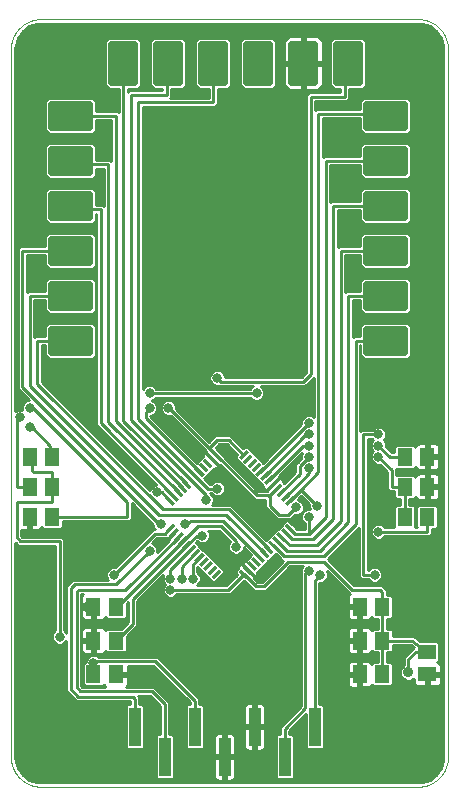
<source format=gbl>
G75*
%MOIN*%
%OFA0B0*%
%FSLAX25Y25*%
%IPPOS*%
%LPD*%
%AMOC8*
5,1,8,0,0,1.08239X$1,22.5*
%
%ADD10C,0.00000*%
%ADD11R,0.05118X0.05906*%
%ADD12R,0.05906X0.05118*%
%ADD13R,0.04000X0.13000*%
%ADD14R,0.03543X0.01181*%
%ADD15R,0.01181X0.03543*%
%ADD16C,0.02000*%
%ADD17C,0.01000*%
%ADD18C,0.03169*%
%ADD19C,0.03562*%
D10*
X0003211Y0011500D02*
X0003211Y0247406D01*
X0003214Y0247648D01*
X0003223Y0247889D01*
X0003237Y0248130D01*
X0003258Y0248371D01*
X0003284Y0248611D01*
X0003316Y0248851D01*
X0003354Y0249090D01*
X0003397Y0249327D01*
X0003447Y0249564D01*
X0003502Y0249799D01*
X0003562Y0250033D01*
X0003629Y0250265D01*
X0003700Y0250496D01*
X0003778Y0250725D01*
X0003861Y0250952D01*
X0003949Y0251177D01*
X0004043Y0251400D01*
X0004142Y0251620D01*
X0004247Y0251838D01*
X0004356Y0252053D01*
X0004471Y0252266D01*
X0004591Y0252476D01*
X0004716Y0252682D01*
X0004846Y0252886D01*
X0004981Y0253087D01*
X0005121Y0253284D01*
X0005265Y0253478D01*
X0005414Y0253668D01*
X0005568Y0253854D01*
X0005726Y0254037D01*
X0005888Y0254216D01*
X0006055Y0254391D01*
X0006226Y0254562D01*
X0006401Y0254729D01*
X0006580Y0254891D01*
X0006763Y0255049D01*
X0006949Y0255203D01*
X0007139Y0255352D01*
X0007333Y0255496D01*
X0007530Y0255636D01*
X0007731Y0255771D01*
X0007935Y0255901D01*
X0008141Y0256026D01*
X0008351Y0256146D01*
X0008564Y0256261D01*
X0008779Y0256370D01*
X0008997Y0256475D01*
X0009217Y0256574D01*
X0009440Y0256668D01*
X0009665Y0256756D01*
X0009892Y0256839D01*
X0010121Y0256917D01*
X0010352Y0256988D01*
X0010584Y0257055D01*
X0010818Y0257115D01*
X0011053Y0257170D01*
X0011290Y0257220D01*
X0011527Y0257263D01*
X0011766Y0257301D01*
X0012006Y0257333D01*
X0012246Y0257359D01*
X0012487Y0257380D01*
X0012728Y0257394D01*
X0012969Y0257403D01*
X0013211Y0257406D01*
X0138880Y0257406D01*
X0139122Y0257403D01*
X0139363Y0257394D01*
X0139604Y0257380D01*
X0139845Y0257359D01*
X0140085Y0257333D01*
X0140325Y0257301D01*
X0140564Y0257263D01*
X0140801Y0257220D01*
X0141038Y0257170D01*
X0141273Y0257115D01*
X0141507Y0257055D01*
X0141739Y0256988D01*
X0141970Y0256917D01*
X0142199Y0256839D01*
X0142426Y0256756D01*
X0142651Y0256668D01*
X0142874Y0256574D01*
X0143094Y0256475D01*
X0143312Y0256370D01*
X0143527Y0256261D01*
X0143740Y0256146D01*
X0143950Y0256026D01*
X0144156Y0255901D01*
X0144360Y0255771D01*
X0144561Y0255636D01*
X0144758Y0255496D01*
X0144952Y0255352D01*
X0145142Y0255203D01*
X0145328Y0255049D01*
X0145511Y0254891D01*
X0145690Y0254729D01*
X0145865Y0254562D01*
X0146036Y0254391D01*
X0146203Y0254216D01*
X0146365Y0254037D01*
X0146523Y0253854D01*
X0146677Y0253668D01*
X0146826Y0253478D01*
X0146970Y0253284D01*
X0147110Y0253087D01*
X0147245Y0252886D01*
X0147375Y0252682D01*
X0147500Y0252476D01*
X0147620Y0252266D01*
X0147735Y0252053D01*
X0147844Y0251838D01*
X0147949Y0251620D01*
X0148048Y0251400D01*
X0148142Y0251177D01*
X0148230Y0250952D01*
X0148313Y0250725D01*
X0148391Y0250496D01*
X0148462Y0250265D01*
X0148529Y0250033D01*
X0148589Y0249799D01*
X0148644Y0249564D01*
X0148694Y0249327D01*
X0148737Y0249090D01*
X0148775Y0248851D01*
X0148807Y0248611D01*
X0148833Y0248371D01*
X0148854Y0248130D01*
X0148868Y0247889D01*
X0148877Y0247648D01*
X0148880Y0247406D01*
X0148880Y0011500D01*
X0148877Y0011258D01*
X0148868Y0011017D01*
X0148854Y0010776D01*
X0148833Y0010535D01*
X0148807Y0010295D01*
X0148775Y0010055D01*
X0148737Y0009816D01*
X0148694Y0009579D01*
X0148644Y0009342D01*
X0148589Y0009107D01*
X0148529Y0008873D01*
X0148462Y0008641D01*
X0148391Y0008410D01*
X0148313Y0008181D01*
X0148230Y0007954D01*
X0148142Y0007729D01*
X0148048Y0007506D01*
X0147949Y0007286D01*
X0147844Y0007068D01*
X0147735Y0006853D01*
X0147620Y0006640D01*
X0147500Y0006430D01*
X0147375Y0006224D01*
X0147245Y0006020D01*
X0147110Y0005819D01*
X0146970Y0005622D01*
X0146826Y0005428D01*
X0146677Y0005238D01*
X0146523Y0005052D01*
X0146365Y0004869D01*
X0146203Y0004690D01*
X0146036Y0004515D01*
X0145865Y0004344D01*
X0145690Y0004177D01*
X0145511Y0004015D01*
X0145328Y0003857D01*
X0145142Y0003703D01*
X0144952Y0003554D01*
X0144758Y0003410D01*
X0144561Y0003270D01*
X0144360Y0003135D01*
X0144156Y0003005D01*
X0143950Y0002880D01*
X0143740Y0002760D01*
X0143527Y0002645D01*
X0143312Y0002536D01*
X0143094Y0002431D01*
X0142874Y0002332D01*
X0142651Y0002238D01*
X0142426Y0002150D01*
X0142199Y0002067D01*
X0141970Y0001989D01*
X0141739Y0001918D01*
X0141507Y0001851D01*
X0141273Y0001791D01*
X0141038Y0001736D01*
X0140801Y0001686D01*
X0140564Y0001643D01*
X0140325Y0001605D01*
X0140085Y0001573D01*
X0139845Y0001547D01*
X0139604Y0001526D01*
X0139363Y0001512D01*
X0139122Y0001503D01*
X0138880Y0001500D01*
X0013211Y0001500D01*
X0012969Y0001503D01*
X0012728Y0001512D01*
X0012487Y0001526D01*
X0012246Y0001547D01*
X0012006Y0001573D01*
X0011766Y0001605D01*
X0011527Y0001643D01*
X0011290Y0001686D01*
X0011053Y0001736D01*
X0010818Y0001791D01*
X0010584Y0001851D01*
X0010352Y0001918D01*
X0010121Y0001989D01*
X0009892Y0002067D01*
X0009665Y0002150D01*
X0009440Y0002238D01*
X0009217Y0002332D01*
X0008997Y0002431D01*
X0008779Y0002536D01*
X0008564Y0002645D01*
X0008351Y0002760D01*
X0008141Y0002880D01*
X0007935Y0003005D01*
X0007731Y0003135D01*
X0007530Y0003270D01*
X0007333Y0003410D01*
X0007139Y0003554D01*
X0006949Y0003703D01*
X0006763Y0003857D01*
X0006580Y0004015D01*
X0006401Y0004177D01*
X0006226Y0004344D01*
X0006055Y0004515D01*
X0005888Y0004690D01*
X0005726Y0004869D01*
X0005568Y0005052D01*
X0005414Y0005238D01*
X0005265Y0005428D01*
X0005121Y0005622D01*
X0004981Y0005819D01*
X0004846Y0006020D01*
X0004716Y0006224D01*
X0004591Y0006430D01*
X0004471Y0006640D01*
X0004356Y0006853D01*
X0004247Y0007068D01*
X0004142Y0007286D01*
X0004043Y0007506D01*
X0003949Y0007729D01*
X0003861Y0007954D01*
X0003778Y0008181D01*
X0003700Y0008410D01*
X0003629Y0008641D01*
X0003562Y0008873D01*
X0003502Y0009107D01*
X0003447Y0009342D01*
X0003397Y0009579D01*
X0003354Y0009816D01*
X0003316Y0010055D01*
X0003284Y0010295D01*
X0003258Y0010535D01*
X0003237Y0010776D01*
X0003223Y0011017D01*
X0003214Y0011258D01*
X0003211Y0011500D01*
D11*
X0030721Y0039000D03*
X0030721Y0050250D03*
X0030721Y0061500D03*
X0038201Y0061500D03*
X0038201Y0050250D03*
X0038201Y0039000D03*
X0016951Y0091500D03*
X0016951Y0101500D03*
X0009471Y0101500D03*
X0009471Y0091500D03*
X0009471Y0111500D03*
X0016951Y0111500D03*
X0119471Y0061500D03*
X0126951Y0061500D03*
X0126951Y0050250D03*
X0119471Y0050250D03*
X0119471Y0039000D03*
X0126951Y0039000D03*
X0134471Y0091500D03*
X0134471Y0101500D03*
X0134471Y0111500D03*
X0141951Y0111500D03*
X0141951Y0101500D03*
X0141951Y0091500D03*
D12*
X0141961Y0046490D03*
X0141961Y0039010D03*
D13*
X0104461Y0021500D03*
X0094461Y0011500D03*
X0084461Y0021500D03*
X0074461Y0011500D03*
X0064461Y0021500D03*
X0054461Y0011500D03*
X0044461Y0021500D03*
D14*
G36*
X0069967Y0071492D02*
X0072471Y0073996D01*
X0073305Y0073162D01*
X0070801Y0070658D01*
X0069967Y0071492D01*
G37*
G36*
X0068575Y0072884D02*
X0071079Y0075388D01*
X0071913Y0074554D01*
X0069409Y0072050D01*
X0068575Y0072884D01*
G37*
G36*
X0067183Y0074276D02*
X0069687Y0076780D01*
X0070521Y0075946D01*
X0068017Y0073442D01*
X0067183Y0074276D01*
G37*
G36*
X0065791Y0075668D02*
X0068295Y0078172D01*
X0069129Y0077338D01*
X0066625Y0074834D01*
X0065791Y0075668D01*
G37*
G36*
X0064399Y0077060D02*
X0066903Y0079564D01*
X0067737Y0078730D01*
X0065233Y0076226D01*
X0064399Y0077060D01*
G37*
G36*
X0063007Y0078452D02*
X0065511Y0080956D01*
X0066345Y0080122D01*
X0063841Y0077618D01*
X0063007Y0078452D01*
G37*
G36*
X0061615Y0079844D02*
X0064119Y0082348D01*
X0064953Y0081514D01*
X0062449Y0079010D01*
X0061615Y0079844D01*
G37*
G36*
X0060223Y0081236D02*
X0062727Y0083740D01*
X0063561Y0082906D01*
X0061057Y0080402D01*
X0060223Y0081236D01*
G37*
G36*
X0058831Y0082628D02*
X0061335Y0085132D01*
X0062169Y0084298D01*
X0059665Y0081794D01*
X0058831Y0082628D01*
G37*
G36*
X0057439Y0084020D02*
X0059943Y0086524D01*
X0060777Y0085690D01*
X0058273Y0083186D01*
X0057439Y0084020D01*
G37*
G36*
X0056047Y0085412D02*
X0058551Y0087916D01*
X0059385Y0087082D01*
X0056881Y0084578D01*
X0056047Y0085412D01*
G37*
G36*
X0054655Y0086804D02*
X0057159Y0089308D01*
X0057993Y0088474D01*
X0055489Y0085970D01*
X0054655Y0086804D01*
G37*
G36*
X0079153Y0111302D02*
X0081657Y0113806D01*
X0082491Y0112972D01*
X0079987Y0110468D01*
X0079153Y0111302D01*
G37*
G36*
X0080545Y0109910D02*
X0083049Y0112414D01*
X0083883Y0111580D01*
X0081379Y0109076D01*
X0080545Y0109910D01*
G37*
G36*
X0081937Y0108518D02*
X0084441Y0111022D01*
X0085275Y0110188D01*
X0082771Y0107684D01*
X0081937Y0108518D01*
G37*
G36*
X0083329Y0107126D02*
X0085833Y0109630D01*
X0086667Y0108796D01*
X0084163Y0106292D01*
X0083329Y0107126D01*
G37*
G36*
X0084721Y0105734D02*
X0087225Y0108238D01*
X0088059Y0107404D01*
X0085555Y0104900D01*
X0084721Y0105734D01*
G37*
G36*
X0086113Y0104342D02*
X0088617Y0106846D01*
X0089451Y0106012D01*
X0086947Y0103508D01*
X0086113Y0104342D01*
G37*
G36*
X0087505Y0102950D02*
X0090009Y0105454D01*
X0090843Y0104620D01*
X0088339Y0102116D01*
X0087505Y0102950D01*
G37*
G36*
X0088897Y0101558D02*
X0091401Y0104062D01*
X0092235Y0103228D01*
X0089731Y0100724D01*
X0088897Y0101558D01*
G37*
G36*
X0090289Y0100166D02*
X0092793Y0102670D01*
X0093627Y0101836D01*
X0091123Y0099332D01*
X0090289Y0100166D01*
G37*
G36*
X0091681Y0098775D02*
X0094185Y0101279D01*
X0095019Y0100445D01*
X0092515Y0097941D01*
X0091681Y0098775D01*
G37*
G36*
X0093073Y0097383D02*
X0095577Y0099887D01*
X0096411Y0099053D01*
X0093907Y0096549D01*
X0093073Y0097383D01*
G37*
G36*
X0094465Y0095991D02*
X0096969Y0098495D01*
X0097803Y0097661D01*
X0095299Y0095157D01*
X0094465Y0095991D01*
G37*
D15*
G36*
X0094465Y0088474D02*
X0095299Y0089308D01*
X0097803Y0086804D01*
X0096969Y0085970D01*
X0094465Y0088474D01*
G37*
G36*
X0093073Y0087082D02*
X0093907Y0087916D01*
X0096411Y0085412D01*
X0095577Y0084578D01*
X0093073Y0087082D01*
G37*
G36*
X0091681Y0085690D02*
X0092515Y0086524D01*
X0095019Y0084020D01*
X0094185Y0083186D01*
X0091681Y0085690D01*
G37*
G36*
X0090289Y0084298D02*
X0091123Y0085132D01*
X0093627Y0082628D01*
X0092793Y0081794D01*
X0090289Y0084298D01*
G37*
G36*
X0088897Y0082906D02*
X0089731Y0083740D01*
X0092235Y0081236D01*
X0091401Y0080402D01*
X0088897Y0082906D01*
G37*
G36*
X0087505Y0081514D02*
X0088339Y0082348D01*
X0090843Y0079844D01*
X0090009Y0079010D01*
X0087505Y0081514D01*
G37*
G36*
X0086113Y0080122D02*
X0086947Y0080956D01*
X0089451Y0078452D01*
X0088617Y0077618D01*
X0086113Y0080122D01*
G37*
G36*
X0084721Y0078730D02*
X0085555Y0079564D01*
X0088059Y0077060D01*
X0087225Y0076226D01*
X0084721Y0078730D01*
G37*
G36*
X0083329Y0077338D02*
X0084163Y0078172D01*
X0086667Y0075668D01*
X0085833Y0074834D01*
X0083329Y0077338D01*
G37*
G36*
X0081937Y0075946D02*
X0082771Y0076780D01*
X0085275Y0074276D01*
X0084441Y0073442D01*
X0081937Y0075946D01*
G37*
G36*
X0080545Y0074554D02*
X0081379Y0075388D01*
X0083883Y0072884D01*
X0083049Y0072050D01*
X0080545Y0074554D01*
G37*
G36*
X0079153Y0073162D02*
X0079987Y0073996D01*
X0082491Y0071492D01*
X0081657Y0070658D01*
X0079153Y0073162D01*
G37*
G36*
X0060223Y0103228D02*
X0061057Y0104062D01*
X0063561Y0101558D01*
X0062727Y0100724D01*
X0060223Y0103228D01*
G37*
G36*
X0058831Y0101836D02*
X0059665Y0102670D01*
X0062169Y0100166D01*
X0061335Y0099332D01*
X0058831Y0101836D01*
G37*
G36*
X0057439Y0100445D02*
X0058273Y0101279D01*
X0060777Y0098775D01*
X0059943Y0097941D01*
X0057439Y0100445D01*
G37*
G36*
X0056047Y0099053D02*
X0056881Y0099887D01*
X0059385Y0097383D01*
X0058551Y0096549D01*
X0056047Y0099053D01*
G37*
G36*
X0054655Y0097661D02*
X0055489Y0098495D01*
X0057993Y0095991D01*
X0057159Y0095157D01*
X0054655Y0097661D01*
G37*
G36*
X0061615Y0104620D02*
X0062449Y0105454D01*
X0064953Y0102950D01*
X0064119Y0102116D01*
X0061615Y0104620D01*
G37*
G36*
X0063007Y0106012D02*
X0063841Y0106846D01*
X0066345Y0104342D01*
X0065511Y0103508D01*
X0063007Y0106012D01*
G37*
G36*
X0064399Y0107404D02*
X0065233Y0108238D01*
X0067737Y0105734D01*
X0066903Y0104900D01*
X0064399Y0107404D01*
G37*
G36*
X0065791Y0108796D02*
X0066625Y0109630D01*
X0069129Y0107126D01*
X0068295Y0106292D01*
X0065791Y0108796D01*
G37*
G36*
X0067183Y0110188D02*
X0068017Y0111022D01*
X0070521Y0108518D01*
X0069687Y0107684D01*
X0067183Y0110188D01*
G37*
G36*
X0068575Y0111580D02*
X0069409Y0112414D01*
X0071913Y0109910D01*
X0071079Y0109076D01*
X0068575Y0111580D01*
G37*
G36*
X0069967Y0112972D02*
X0070801Y0113806D01*
X0073305Y0111302D01*
X0072471Y0110468D01*
X0069967Y0112972D01*
G37*
D16*
X0016711Y0146250D02*
X0016711Y0154250D01*
X0029711Y0154250D01*
X0029711Y0146250D01*
X0016711Y0146250D01*
X0016711Y0148249D02*
X0029711Y0148249D01*
X0029711Y0150248D02*
X0016711Y0150248D01*
X0016711Y0152247D02*
X0029711Y0152247D01*
X0029711Y0154246D02*
X0016711Y0154246D01*
X0016711Y0161250D02*
X0016711Y0169250D01*
X0029711Y0169250D01*
X0029711Y0161250D01*
X0016711Y0161250D01*
X0016711Y0163249D02*
X0029711Y0163249D01*
X0029711Y0165248D02*
X0016711Y0165248D01*
X0016711Y0167247D02*
X0029711Y0167247D01*
X0029711Y0169246D02*
X0016711Y0169246D01*
X0016711Y0176250D02*
X0016711Y0184250D01*
X0029711Y0184250D01*
X0029711Y0176250D01*
X0016711Y0176250D01*
X0016711Y0178249D02*
X0029711Y0178249D01*
X0029711Y0180248D02*
X0016711Y0180248D01*
X0016711Y0182247D02*
X0029711Y0182247D01*
X0029711Y0184246D02*
X0016711Y0184246D01*
X0016711Y0191250D02*
X0016711Y0199250D01*
X0029711Y0199250D01*
X0029711Y0191250D01*
X0016711Y0191250D01*
X0016711Y0193249D02*
X0029711Y0193249D01*
X0029711Y0195248D02*
X0016711Y0195248D01*
X0016711Y0197247D02*
X0029711Y0197247D01*
X0029711Y0199246D02*
X0016711Y0199246D01*
X0029711Y0206250D02*
X0029711Y0214250D01*
X0029711Y0206250D02*
X0016711Y0206250D01*
X0016711Y0214250D01*
X0029711Y0214250D01*
X0029711Y0208249D02*
X0016711Y0208249D01*
X0016711Y0210248D02*
X0029711Y0210248D01*
X0029711Y0212247D02*
X0016711Y0212247D01*
X0016711Y0214246D02*
X0029711Y0214246D01*
X0029711Y0221250D02*
X0029711Y0229250D01*
X0029711Y0221250D02*
X0016711Y0221250D01*
X0016711Y0229250D01*
X0029711Y0229250D01*
X0029711Y0223249D02*
X0016711Y0223249D01*
X0016711Y0225248D02*
X0029711Y0225248D01*
X0029711Y0227247D02*
X0016711Y0227247D01*
X0016711Y0229246D02*
X0029711Y0229246D01*
X0036711Y0249250D02*
X0044711Y0249250D01*
X0044711Y0236250D01*
X0036711Y0236250D01*
X0036711Y0249250D01*
X0036711Y0238249D02*
X0044711Y0238249D01*
X0044711Y0240248D02*
X0036711Y0240248D01*
X0036711Y0242247D02*
X0044711Y0242247D01*
X0044711Y0244246D02*
X0036711Y0244246D01*
X0036711Y0246245D02*
X0044711Y0246245D01*
X0044711Y0248244D02*
X0036711Y0248244D01*
X0051711Y0249250D02*
X0059711Y0249250D01*
X0059711Y0236250D01*
X0051711Y0236250D01*
X0051711Y0249250D01*
X0051711Y0238249D02*
X0059711Y0238249D01*
X0059711Y0240248D02*
X0051711Y0240248D01*
X0051711Y0242247D02*
X0059711Y0242247D01*
X0059711Y0244246D02*
X0051711Y0244246D01*
X0051711Y0246245D02*
X0059711Y0246245D01*
X0059711Y0248244D02*
X0051711Y0248244D01*
X0066711Y0249250D02*
X0074711Y0249250D01*
X0074711Y0236250D01*
X0066711Y0236250D01*
X0066711Y0249250D01*
X0066711Y0238249D02*
X0074711Y0238249D01*
X0074711Y0240248D02*
X0066711Y0240248D01*
X0066711Y0242247D02*
X0074711Y0242247D01*
X0074711Y0244246D02*
X0066711Y0244246D01*
X0066711Y0246245D02*
X0074711Y0246245D01*
X0074711Y0248244D02*
X0066711Y0248244D01*
X0081711Y0249250D02*
X0089711Y0249250D01*
X0089711Y0236250D01*
X0081711Y0236250D01*
X0081711Y0249250D01*
X0081711Y0238249D02*
X0089711Y0238249D01*
X0089711Y0240248D02*
X0081711Y0240248D01*
X0081711Y0242247D02*
X0089711Y0242247D01*
X0089711Y0244246D02*
X0081711Y0244246D01*
X0081711Y0246245D02*
X0089711Y0246245D01*
X0089711Y0248244D02*
X0081711Y0248244D01*
X0096711Y0249250D02*
X0104711Y0249250D01*
X0104711Y0236250D01*
X0096711Y0236250D01*
X0096711Y0249250D01*
X0096711Y0238249D02*
X0104711Y0238249D01*
X0104711Y0240248D02*
X0096711Y0240248D01*
X0096711Y0242247D02*
X0104711Y0242247D01*
X0104711Y0244246D02*
X0096711Y0244246D01*
X0096711Y0246245D02*
X0104711Y0246245D01*
X0104711Y0248244D02*
X0096711Y0248244D01*
X0111711Y0249250D02*
X0119711Y0249250D01*
X0119711Y0236250D01*
X0111711Y0236250D01*
X0111711Y0249250D01*
X0111711Y0238249D02*
X0119711Y0238249D01*
X0119711Y0240248D02*
X0111711Y0240248D01*
X0111711Y0242247D02*
X0119711Y0242247D01*
X0119711Y0244246D02*
X0111711Y0244246D01*
X0111711Y0246245D02*
X0119711Y0246245D01*
X0119711Y0248244D02*
X0111711Y0248244D01*
X0121711Y0229250D02*
X0121711Y0221250D01*
X0121711Y0229250D02*
X0134711Y0229250D01*
X0134711Y0221250D01*
X0121711Y0221250D01*
X0121711Y0223249D02*
X0134711Y0223249D01*
X0134711Y0225248D02*
X0121711Y0225248D01*
X0121711Y0227247D02*
X0134711Y0227247D01*
X0134711Y0229246D02*
X0121711Y0229246D01*
X0121711Y0214250D02*
X0121711Y0206250D01*
X0121711Y0214250D02*
X0134711Y0214250D01*
X0134711Y0206250D01*
X0121711Y0206250D01*
X0121711Y0208249D02*
X0134711Y0208249D01*
X0134711Y0210248D02*
X0121711Y0210248D01*
X0121711Y0212247D02*
X0134711Y0212247D01*
X0134711Y0214246D02*
X0121711Y0214246D01*
X0121711Y0199250D02*
X0121711Y0191250D01*
X0121711Y0199250D02*
X0134711Y0199250D01*
X0134711Y0191250D01*
X0121711Y0191250D01*
X0121711Y0193249D02*
X0134711Y0193249D01*
X0134711Y0195248D02*
X0121711Y0195248D01*
X0121711Y0197247D02*
X0134711Y0197247D01*
X0134711Y0199246D02*
X0121711Y0199246D01*
X0121711Y0184250D02*
X0121711Y0176250D01*
X0121711Y0184250D02*
X0134711Y0184250D01*
X0134711Y0176250D01*
X0121711Y0176250D01*
X0121711Y0178249D02*
X0134711Y0178249D01*
X0134711Y0180248D02*
X0121711Y0180248D01*
X0121711Y0182247D02*
X0134711Y0182247D01*
X0134711Y0184246D02*
X0121711Y0184246D01*
X0121711Y0169250D02*
X0121711Y0161250D01*
X0121711Y0169250D02*
X0134711Y0169250D01*
X0134711Y0161250D01*
X0121711Y0161250D01*
X0121711Y0163249D02*
X0134711Y0163249D01*
X0134711Y0165248D02*
X0121711Y0165248D01*
X0121711Y0167247D02*
X0134711Y0167247D01*
X0134711Y0169246D02*
X0121711Y0169246D01*
X0121711Y0154250D02*
X0121711Y0146250D01*
X0121711Y0154250D02*
X0134711Y0154250D01*
X0134711Y0146250D01*
X0121711Y0146250D01*
X0121711Y0148249D02*
X0134711Y0148249D01*
X0134711Y0150248D02*
X0121711Y0150248D01*
X0121711Y0152247D02*
X0134711Y0152247D01*
X0134711Y0154246D02*
X0121711Y0154246D01*
D17*
X0005638Y0007641D02*
X0007201Y0005490D01*
X0009352Y0003926D01*
X0011881Y0003105D01*
X0013211Y0003000D01*
X0138880Y0003000D01*
X0140210Y0003105D01*
X0142739Y0003926D01*
X0144891Y0005490D01*
X0146454Y0007641D01*
X0147276Y0010170D01*
X0147380Y0011500D01*
X0147380Y0247405D01*
X0147276Y0248735D01*
X0146454Y0251264D01*
X0144891Y0253416D01*
X0142739Y0254979D01*
X0140210Y0255801D01*
X0138880Y0255906D01*
X0013211Y0255906D01*
X0011881Y0255801D01*
X0009352Y0254979D01*
X0007201Y0253416D01*
X0005638Y0251264D01*
X0004816Y0248735D01*
X0004711Y0247406D01*
X0004711Y0126655D01*
X0004872Y0126816D01*
X0005822Y0127209D01*
X0006850Y0127209D01*
X0006896Y0127190D01*
X0006877Y0127236D01*
X0006877Y0128264D01*
X0007270Y0129214D01*
X0007997Y0129941D01*
X0008947Y0130334D01*
X0009131Y0130334D01*
X0005461Y0134004D01*
X0005461Y0180871D01*
X0006340Y0181750D01*
X0014711Y0181750D01*
X0014711Y0185078D01*
X0015883Y0186250D01*
X0030540Y0186250D01*
X0031711Y0185078D01*
X0031711Y0175422D01*
X0030540Y0174250D01*
X0015883Y0174250D01*
X0014711Y0175422D01*
X0014711Y0178750D01*
X0008461Y0178750D01*
X0008461Y0166371D01*
X0008840Y0166750D01*
X0014711Y0166750D01*
X0014711Y0170078D01*
X0015883Y0171250D01*
X0030540Y0171250D01*
X0031711Y0170078D01*
X0031711Y0160422D01*
X0030540Y0159250D01*
X0015883Y0159250D01*
X0014711Y0160422D01*
X0014711Y0163750D01*
X0010961Y0163750D01*
X0010961Y0151371D01*
X0011340Y0151750D01*
X0014711Y0151750D01*
X0014711Y0155078D01*
X0015883Y0156250D01*
X0030540Y0156250D01*
X0031711Y0155078D01*
X0031711Y0145422D01*
X0030540Y0144250D01*
X0015883Y0144250D01*
X0014711Y0145422D01*
X0014711Y0148750D01*
X0013461Y0148750D01*
X0013461Y0136496D01*
X0049506Y0100451D01*
X0049770Y0101089D01*
X0050497Y0101816D01*
X0051447Y0102209D01*
X0051603Y0102209D01*
X0032590Y0121223D01*
X0031711Y0122101D01*
X0031711Y0192500D01*
X0031711Y0192500D01*
X0031711Y0190422D01*
X0030540Y0189250D01*
X0015883Y0189250D01*
X0014711Y0190422D01*
X0014711Y0200078D01*
X0015883Y0201250D01*
X0030540Y0201250D01*
X0031711Y0200078D01*
X0031711Y0195500D01*
X0033832Y0195500D01*
X0034211Y0195121D01*
X0034211Y0207500D01*
X0031711Y0207500D01*
X0031711Y0205422D01*
X0030540Y0204250D01*
X0015883Y0204250D01*
X0014711Y0205422D01*
X0014711Y0215078D01*
X0015883Y0216250D01*
X0030540Y0216250D01*
X0031711Y0215078D01*
X0031711Y0210500D01*
X0036332Y0210500D01*
X0036711Y0210121D01*
X0036711Y0223750D01*
X0031711Y0223750D01*
X0031711Y0220422D01*
X0030540Y0219250D01*
X0015883Y0219250D01*
X0014711Y0220422D01*
X0014711Y0230078D01*
X0015883Y0231250D01*
X0030540Y0231250D01*
X0031711Y0230078D01*
X0031711Y0226750D01*
X0038832Y0226750D01*
X0039211Y0226371D01*
X0039211Y0234250D01*
X0035883Y0234250D01*
X0034711Y0235422D01*
X0034711Y0250078D01*
X0035883Y0251250D01*
X0045540Y0251250D01*
X0046711Y0250078D01*
X0046711Y0235422D01*
X0045540Y0234250D01*
X0042211Y0234250D01*
X0042211Y0233246D01*
X0042590Y0233625D01*
X0053586Y0233625D01*
X0053586Y0234250D01*
X0050883Y0234250D01*
X0049711Y0235422D01*
X0049711Y0250078D01*
X0050883Y0251250D01*
X0060540Y0251250D01*
X0061711Y0250078D01*
X0061711Y0235422D01*
X0060540Y0234250D01*
X0056586Y0234250D01*
X0056586Y0231504D01*
X0056207Y0231125D01*
X0069211Y0231125D01*
X0069211Y0234250D01*
X0065883Y0234250D01*
X0064711Y0235422D01*
X0064711Y0250078D01*
X0065883Y0251250D01*
X0075540Y0251250D01*
X0076711Y0250078D01*
X0076711Y0235422D01*
X0075540Y0234250D01*
X0072211Y0234250D01*
X0072211Y0229004D01*
X0071332Y0228125D01*
X0047211Y0228125D01*
X0047211Y0134071D01*
X0047270Y0134214D01*
X0047997Y0134941D01*
X0048947Y0135334D01*
X0049975Y0135334D01*
X0050925Y0134941D01*
X0051616Y0134250D01*
X0082931Y0134250D01*
X0083622Y0134941D01*
X0083765Y0135000D01*
X0072590Y0135000D01*
X0072424Y0135166D01*
X0071447Y0135166D01*
X0070497Y0135559D01*
X0069770Y0136286D01*
X0069377Y0137236D01*
X0069377Y0138264D01*
X0069770Y0139214D01*
X0070497Y0139941D01*
X0071447Y0140334D01*
X0072475Y0140334D01*
X0073425Y0139941D01*
X0074152Y0139214D01*
X0074545Y0138264D01*
X0074545Y0138000D01*
X0100090Y0138000D01*
X0101711Y0139621D01*
X0101711Y0232121D01*
X0102590Y0233000D01*
X0112961Y0233000D01*
X0112961Y0234250D01*
X0110883Y0234250D01*
X0109711Y0235422D01*
X0109711Y0250078D01*
X0110883Y0251250D01*
X0120540Y0251250D01*
X0121711Y0250078D01*
X0121711Y0235422D01*
X0120540Y0234250D01*
X0115961Y0234250D01*
X0115961Y0230879D01*
X0115082Y0230000D01*
X0104711Y0230000D01*
X0104711Y0226996D01*
X0105090Y0227375D01*
X0119711Y0227375D01*
X0119711Y0230078D01*
X0120883Y0231250D01*
X0135540Y0231250D01*
X0136711Y0230078D01*
X0136711Y0220422D01*
X0135540Y0219250D01*
X0120883Y0219250D01*
X0119711Y0220422D01*
X0119711Y0224375D01*
X0107211Y0224375D01*
X0107211Y0211371D01*
X0107590Y0211750D01*
X0119711Y0211750D01*
X0119711Y0215078D01*
X0120883Y0216250D01*
X0135540Y0216250D01*
X0136711Y0215078D01*
X0136711Y0205422D01*
X0135540Y0204250D01*
X0120883Y0204250D01*
X0119711Y0205422D01*
X0119711Y0208750D01*
X0109711Y0208750D01*
X0109711Y0196371D01*
X0110090Y0196750D01*
X0119711Y0196750D01*
X0119711Y0200078D01*
X0120883Y0201250D01*
X0135540Y0201250D01*
X0136711Y0200078D01*
X0136711Y0190422D01*
X0135540Y0189250D01*
X0120883Y0189250D01*
X0119711Y0190422D01*
X0119711Y0193750D01*
X0112211Y0193750D01*
X0112211Y0181371D01*
X0112590Y0181750D01*
X0119711Y0181750D01*
X0119711Y0185078D01*
X0120883Y0186250D01*
X0135540Y0186250D01*
X0136711Y0185078D01*
X0136711Y0175422D01*
X0135540Y0174250D01*
X0120883Y0174250D01*
X0119711Y0175422D01*
X0119711Y0178750D01*
X0114711Y0178750D01*
X0114711Y0166371D01*
X0115090Y0166750D01*
X0119711Y0166750D01*
X0119711Y0170078D01*
X0120883Y0171250D01*
X0135540Y0171250D01*
X0136711Y0170078D01*
X0136711Y0160422D01*
X0135540Y0159250D01*
X0120883Y0159250D01*
X0119711Y0160422D01*
X0119711Y0163750D01*
X0117211Y0163750D01*
X0117211Y0151371D01*
X0117590Y0151750D01*
X0119711Y0151750D01*
X0119711Y0155078D01*
X0120883Y0156250D01*
X0135540Y0156250D01*
X0136711Y0155078D01*
X0136711Y0145422D01*
X0135540Y0144250D01*
X0120883Y0144250D01*
X0119711Y0145422D01*
X0119711Y0148750D01*
X0119711Y0148750D01*
X0119711Y0120121D01*
X0120090Y0120500D01*
X0123556Y0120500D01*
X0124247Y0121191D01*
X0125197Y0121584D01*
X0126225Y0121584D01*
X0127175Y0121191D01*
X0127902Y0120464D01*
X0128295Y0119514D01*
X0128295Y0118486D01*
X0127902Y0117536D01*
X0127491Y0117125D01*
X0127902Y0116714D01*
X0128295Y0115764D01*
X0128295Y0114787D01*
X0130082Y0113000D01*
X0130912Y0113000D01*
X0130912Y0114867D01*
X0131498Y0115453D01*
X0137444Y0115453D01*
X0137967Y0114930D01*
X0137994Y0115032D01*
X0138192Y0115374D01*
X0138471Y0115653D01*
X0138813Y0115851D01*
X0139195Y0115953D01*
X0141451Y0115953D01*
X0141451Y0112000D01*
X0142451Y0112000D01*
X0142451Y0115953D01*
X0144708Y0115953D01*
X0145089Y0115851D01*
X0145431Y0115653D01*
X0145711Y0115374D01*
X0145908Y0115032D01*
X0146010Y0114650D01*
X0146010Y0112000D01*
X0142451Y0112000D01*
X0142451Y0111000D01*
X0142451Y0107047D01*
X0144708Y0107047D01*
X0145089Y0107149D01*
X0145431Y0107347D01*
X0145711Y0107626D01*
X0145908Y0107968D01*
X0146010Y0108350D01*
X0146010Y0111000D01*
X0142451Y0111000D01*
X0141451Y0111000D01*
X0141451Y0107047D01*
X0139195Y0107047D01*
X0138813Y0107149D01*
X0138471Y0107347D01*
X0138192Y0107626D01*
X0137994Y0107968D01*
X0137967Y0108070D01*
X0137444Y0107547D01*
X0131586Y0107547D01*
X0131586Y0105453D01*
X0137444Y0105453D01*
X0137967Y0104930D01*
X0137994Y0105032D01*
X0138192Y0105374D01*
X0138471Y0105653D01*
X0138813Y0105851D01*
X0139195Y0105953D01*
X0141451Y0105953D01*
X0141451Y0102000D01*
X0142451Y0102000D01*
X0142451Y0105953D01*
X0144708Y0105953D01*
X0145089Y0105851D01*
X0145431Y0105653D01*
X0145711Y0105374D01*
X0145908Y0105032D01*
X0146010Y0104650D01*
X0146010Y0102000D01*
X0142451Y0102000D01*
X0142451Y0101000D01*
X0142451Y0097047D01*
X0144708Y0097047D01*
X0145089Y0097149D01*
X0145431Y0097347D01*
X0145711Y0097626D01*
X0145908Y0097968D01*
X0146010Y0098350D01*
X0146010Y0101000D01*
X0142451Y0101000D01*
X0141451Y0101000D01*
X0141451Y0097047D01*
X0139195Y0097047D01*
X0138813Y0097149D01*
X0138471Y0097347D01*
X0138192Y0097626D01*
X0137994Y0097968D01*
X0137967Y0098070D01*
X0137444Y0097547D01*
X0135971Y0097547D01*
X0135971Y0095453D01*
X0137444Y0095453D01*
X0138030Y0094867D01*
X0138030Y0088133D01*
X0137897Y0088000D01*
X0138525Y0088000D01*
X0138392Y0088133D01*
X0138392Y0094867D01*
X0138978Y0095453D01*
X0144925Y0095453D01*
X0145510Y0094867D01*
X0145510Y0088133D01*
X0144925Y0087547D01*
X0143461Y0087547D01*
X0143461Y0085879D01*
X0142582Y0085000D01*
X0127866Y0085000D01*
X0127175Y0084309D01*
X0126225Y0083916D01*
X0125197Y0083916D01*
X0124247Y0084309D01*
X0123520Y0085036D01*
X0123127Y0085986D01*
X0123127Y0087014D01*
X0123520Y0087964D01*
X0124247Y0088691D01*
X0125197Y0089084D01*
X0126225Y0089084D01*
X0127175Y0088691D01*
X0127866Y0088000D01*
X0131045Y0088000D01*
X0130912Y0088133D01*
X0130912Y0094867D01*
X0131498Y0095453D01*
X0132971Y0095453D01*
X0132971Y0097547D01*
X0131498Y0097547D01*
X0130912Y0098133D01*
X0130912Y0100000D01*
X0129465Y0100000D01*
X0128586Y0100879D01*
X0128586Y0106504D01*
X0126174Y0108916D01*
X0125197Y0108916D01*
X0124247Y0109309D01*
X0123520Y0110036D01*
X0123127Y0110986D01*
X0123127Y0112014D01*
X0123520Y0112964D01*
X0123931Y0113375D01*
X0123520Y0113786D01*
X0123127Y0114736D01*
X0123127Y0115764D01*
X0123520Y0116714D01*
X0123931Y0117125D01*
X0123556Y0117500D01*
X0122211Y0117500D01*
X0122211Y0073625D01*
X0122306Y0073625D01*
X0122997Y0074316D01*
X0123947Y0074709D01*
X0124975Y0074709D01*
X0125925Y0074316D01*
X0126652Y0073589D01*
X0127045Y0072639D01*
X0127045Y0071611D01*
X0126652Y0070661D01*
X0125925Y0069934D01*
X0124975Y0069541D01*
X0123947Y0069541D01*
X0122997Y0069934D01*
X0122306Y0070625D01*
X0120090Y0070625D01*
X0119211Y0071504D01*
X0119211Y0087879D01*
X0108770Y0077437D01*
X0117582Y0068625D01*
X0126957Y0068625D01*
X0127582Y0068000D01*
X0128461Y0067121D01*
X0128461Y0065453D01*
X0129925Y0065453D01*
X0130510Y0064867D01*
X0130510Y0058133D01*
X0129925Y0057547D01*
X0128451Y0057547D01*
X0128451Y0054203D01*
X0129925Y0054203D01*
X0130510Y0053617D01*
X0130510Y0051750D01*
X0136845Y0051750D01*
X0137355Y0051823D01*
X0137452Y0051750D01*
X0137573Y0051750D01*
X0137937Y0051386D01*
X0139718Y0050049D01*
X0145328Y0050049D01*
X0145914Y0049463D01*
X0145914Y0043517D01*
X0145391Y0042994D01*
X0145493Y0042967D01*
X0145835Y0042769D01*
X0146114Y0042490D01*
X0146312Y0042148D01*
X0146414Y0041766D01*
X0146414Y0039510D01*
X0142461Y0039510D01*
X0142461Y0038510D01*
X0146414Y0038510D01*
X0146414Y0036253D01*
X0146312Y0035872D01*
X0146114Y0035530D01*
X0145835Y0035250D01*
X0145493Y0035053D01*
X0145111Y0034951D01*
X0142461Y0034951D01*
X0142461Y0038510D01*
X0141461Y0038510D01*
X0141461Y0034951D01*
X0138811Y0034951D01*
X0138429Y0035053D01*
X0138087Y0035250D01*
X0137808Y0035530D01*
X0137611Y0035872D01*
X0137508Y0036253D01*
X0137508Y0037489D01*
X0137286Y0037267D01*
X0136264Y0036844D01*
X0135158Y0036844D01*
X0134136Y0037267D01*
X0133353Y0038050D01*
X0132930Y0039072D01*
X0132930Y0040178D01*
X0133353Y0041200D01*
X0134136Y0041983D01*
X0134211Y0042014D01*
X0134211Y0044621D01*
X0137530Y0047940D01*
X0136451Y0048750D01*
X0130510Y0048750D01*
X0130510Y0046883D01*
X0129925Y0046297D01*
X0128451Y0046297D01*
X0128451Y0042953D01*
X0129925Y0042953D01*
X0130510Y0042367D01*
X0130510Y0035633D01*
X0129925Y0035047D01*
X0123978Y0035047D01*
X0123455Y0035570D01*
X0123428Y0035468D01*
X0123230Y0035126D01*
X0122951Y0034847D01*
X0122609Y0034649D01*
X0122228Y0034547D01*
X0119971Y0034547D01*
X0119971Y0038500D01*
X0118971Y0038500D01*
X0118971Y0034547D01*
X0116714Y0034547D01*
X0116333Y0034649D01*
X0115991Y0034847D01*
X0115712Y0035126D01*
X0115514Y0035468D01*
X0115412Y0035850D01*
X0115412Y0038500D01*
X0118971Y0038500D01*
X0118971Y0039500D01*
X0118971Y0043453D01*
X0116714Y0043453D01*
X0116333Y0043351D01*
X0115991Y0043153D01*
X0115712Y0042874D01*
X0115514Y0042532D01*
X0115412Y0042150D01*
X0115412Y0039500D01*
X0118971Y0039500D01*
X0119971Y0039500D01*
X0119971Y0043453D01*
X0122228Y0043453D01*
X0122609Y0043351D01*
X0122951Y0043153D01*
X0123230Y0042874D01*
X0123428Y0042532D01*
X0123455Y0042430D01*
X0123978Y0042953D01*
X0125451Y0042953D01*
X0125451Y0046297D01*
X0123978Y0046297D01*
X0123455Y0046820D01*
X0123428Y0046718D01*
X0123230Y0046376D01*
X0122951Y0046097D01*
X0122609Y0045899D01*
X0122228Y0045797D01*
X0119971Y0045797D01*
X0119971Y0049750D01*
X0118971Y0049750D01*
X0118971Y0045797D01*
X0116714Y0045797D01*
X0116333Y0045899D01*
X0115991Y0046097D01*
X0115712Y0046376D01*
X0115514Y0046718D01*
X0115412Y0047100D01*
X0115412Y0049750D01*
X0118971Y0049750D01*
X0118971Y0050750D01*
X0118971Y0054703D01*
X0116714Y0054703D01*
X0116333Y0054601D01*
X0115991Y0054403D01*
X0115712Y0054124D01*
X0115514Y0053782D01*
X0115412Y0053400D01*
X0115412Y0050750D01*
X0118971Y0050750D01*
X0119971Y0050750D01*
X0119971Y0054703D01*
X0122228Y0054703D01*
X0122609Y0054601D01*
X0122951Y0054403D01*
X0123230Y0054124D01*
X0123428Y0053782D01*
X0123455Y0053680D01*
X0123978Y0054203D01*
X0125451Y0054203D01*
X0125451Y0057547D01*
X0123978Y0057547D01*
X0123455Y0058070D01*
X0123428Y0057968D01*
X0123230Y0057626D01*
X0122951Y0057347D01*
X0122609Y0057149D01*
X0122228Y0057047D01*
X0119971Y0057047D01*
X0119971Y0061000D01*
X0118971Y0061000D01*
X0118971Y0057047D01*
X0116714Y0057047D01*
X0116333Y0057149D01*
X0115991Y0057347D01*
X0115712Y0057626D01*
X0115514Y0057968D01*
X0115412Y0058350D01*
X0115412Y0061000D01*
X0118971Y0061000D01*
X0118971Y0062000D01*
X0115412Y0062000D01*
X0115412Y0064650D01*
X0115514Y0065032D01*
X0115712Y0065374D01*
X0115991Y0065653D01*
X0116194Y0065770D01*
X0108634Y0073331D01*
X0108920Y0072639D01*
X0108920Y0071611D01*
X0108527Y0070661D01*
X0107800Y0069934D01*
X0106850Y0069541D01*
X0105961Y0069541D01*
X0105961Y0029000D01*
X0106875Y0029000D01*
X0107461Y0028414D01*
X0107461Y0014586D01*
X0106875Y0014000D01*
X0102047Y0014000D01*
X0101461Y0014586D01*
X0101461Y0025754D01*
X0095961Y0020254D01*
X0095961Y0019000D01*
X0096875Y0019000D01*
X0097461Y0018414D01*
X0097461Y0004586D01*
X0096875Y0004000D01*
X0092047Y0004000D01*
X0091461Y0004586D01*
X0091461Y0018414D01*
X0092047Y0019000D01*
X0092961Y0019000D01*
X0092961Y0021496D01*
X0093840Y0022375D01*
X0099836Y0028371D01*
X0099836Y0073371D01*
X0100002Y0073537D01*
X0100002Y0073889D01*
X0100395Y0074839D01*
X0100556Y0075000D01*
X0096332Y0075000D01*
X0088207Y0066875D01*
X0084153Y0066875D01*
X0083275Y0067754D01*
X0081371Y0069657D01*
X0081243Y0069657D01*
X0080758Y0070142D01*
X0077120Y0066504D01*
X0076241Y0065625D01*
X0058491Y0065625D01*
X0057800Y0064934D01*
X0056850Y0064541D01*
X0055822Y0064541D01*
X0054872Y0064934D01*
X0054145Y0065661D01*
X0053752Y0066611D01*
X0053752Y0067639D01*
X0054145Y0068589D01*
X0054556Y0069000D01*
X0054145Y0069411D01*
X0053752Y0070361D01*
X0053752Y0071389D01*
X0054049Y0072107D01*
X0045336Y0063394D01*
X0045336Y0055254D01*
X0041760Y0051678D01*
X0041760Y0046883D01*
X0041175Y0046297D01*
X0035228Y0046297D01*
X0034705Y0046820D01*
X0034678Y0046718D01*
X0034480Y0046376D01*
X0034201Y0046097D01*
X0033859Y0045899D01*
X0033478Y0045797D01*
X0031221Y0045797D01*
X0031221Y0049750D01*
X0030221Y0049750D01*
X0030221Y0045797D01*
X0027964Y0045797D01*
X0027583Y0045899D01*
X0027241Y0046097D01*
X0026962Y0046376D01*
X0026764Y0046718D01*
X0026662Y0047100D01*
X0026662Y0049750D01*
X0030221Y0049750D01*
X0030221Y0050750D01*
X0030221Y0054703D01*
X0027964Y0054703D01*
X0027583Y0054601D01*
X0027241Y0054403D01*
X0026962Y0054124D01*
X0026764Y0053782D01*
X0026662Y0053400D01*
X0026662Y0050750D01*
X0030221Y0050750D01*
X0031221Y0050750D01*
X0031221Y0054703D01*
X0033478Y0054703D01*
X0033859Y0054601D01*
X0034201Y0054403D01*
X0034480Y0054124D01*
X0034678Y0053782D01*
X0034705Y0053680D01*
X0035228Y0054203D01*
X0040043Y0054203D01*
X0042336Y0056496D01*
X0042336Y0063178D01*
X0041760Y0062602D01*
X0041760Y0058133D01*
X0041175Y0057547D01*
X0035228Y0057547D01*
X0034705Y0058070D01*
X0034678Y0057968D01*
X0034480Y0057626D01*
X0034201Y0057347D01*
X0033859Y0057149D01*
X0033478Y0057047D01*
X0031221Y0057047D01*
X0031221Y0061000D01*
X0030221Y0061000D01*
X0030221Y0057047D01*
X0027964Y0057047D01*
X0027583Y0057149D01*
X0027241Y0057347D01*
X0026962Y0057626D01*
X0026764Y0057968D01*
X0026662Y0058350D01*
X0026662Y0061000D01*
X0030221Y0061000D01*
X0030221Y0062000D01*
X0026662Y0062000D01*
X0026662Y0064650D01*
X0026764Y0065032D01*
X0026962Y0065374D01*
X0027213Y0065625D01*
X0026586Y0065625D01*
X0026586Y0035246D01*
X0026957Y0034875D01*
X0034693Y0034875D01*
X0034442Y0035126D01*
X0034244Y0035468D01*
X0034217Y0035570D01*
X0033694Y0035047D01*
X0027748Y0035047D01*
X0027162Y0035633D01*
X0027162Y0042367D01*
X0027748Y0042953D01*
X0028127Y0042953D01*
X0028127Y0043264D01*
X0028520Y0044214D01*
X0029247Y0044941D01*
X0030197Y0045334D01*
X0031225Y0045334D01*
X0032175Y0044941D01*
X0032241Y0044875D01*
X0051957Y0044875D01*
X0052836Y0043996D01*
X0065082Y0031750D01*
X0065082Y0031750D01*
X0065961Y0030871D01*
X0065961Y0029000D01*
X0066875Y0029000D01*
X0067461Y0028414D01*
X0067461Y0014586D01*
X0066875Y0014000D01*
X0062047Y0014000D01*
X0061461Y0014586D01*
X0061461Y0028414D01*
X0062047Y0029000D01*
X0062961Y0029000D01*
X0062961Y0029629D01*
X0050715Y0041875D01*
X0042260Y0041875D01*
X0042260Y0039500D01*
X0038701Y0039500D01*
X0038701Y0038500D01*
X0042260Y0038500D01*
X0042260Y0035850D01*
X0042158Y0035468D01*
X0041961Y0035126D01*
X0041709Y0034875D01*
X0050707Y0034875D01*
X0051586Y0033996D01*
X0055961Y0029621D01*
X0055961Y0019000D01*
X0056875Y0019000D01*
X0057461Y0018414D01*
X0057461Y0004586D01*
X0056875Y0004000D01*
X0052047Y0004000D01*
X0051461Y0004586D01*
X0051461Y0018414D01*
X0052047Y0019000D01*
X0052961Y0019000D01*
X0052961Y0028379D01*
X0049465Y0031875D01*
X0045582Y0031875D01*
X0045961Y0031496D01*
X0045961Y0029000D01*
X0046875Y0029000D01*
X0047461Y0028414D01*
X0047461Y0014586D01*
X0046875Y0014000D01*
X0042047Y0014000D01*
X0041461Y0014586D01*
X0041461Y0028414D01*
X0042047Y0029000D01*
X0042961Y0029000D01*
X0042961Y0030000D01*
X0025090Y0030000D01*
X0022590Y0032500D01*
X0021711Y0033379D01*
X0021711Y0050179D01*
X0021652Y0050036D01*
X0020925Y0049309D01*
X0019975Y0048916D01*
X0018947Y0048916D01*
X0017997Y0049309D01*
X0017270Y0050036D01*
X0016877Y0050986D01*
X0016877Y0052014D01*
X0017270Y0052964D01*
X0017961Y0053655D01*
X0017961Y0081875D01*
X0005715Y0081875D01*
X0004836Y0082754D01*
X0004711Y0082879D01*
X0004711Y0011500D01*
X0004816Y0010170D01*
X0005638Y0007641D01*
X0005747Y0007491D02*
X0051461Y0007491D01*
X0051461Y0006493D02*
X0006472Y0006493D01*
X0007197Y0005494D02*
X0051461Y0005494D01*
X0051551Y0004496D02*
X0008569Y0004496D01*
X0010674Y0003497D02*
X0141418Y0003497D01*
X0143523Y0004496D02*
X0097371Y0004496D01*
X0097461Y0005494D02*
X0144894Y0005494D01*
X0145620Y0006493D02*
X0097461Y0006493D01*
X0097461Y0007491D02*
X0146345Y0007491D01*
X0146730Y0008490D02*
X0097461Y0008490D01*
X0097461Y0009488D02*
X0147054Y0009488D01*
X0147301Y0010487D02*
X0097461Y0010487D01*
X0097461Y0011485D02*
X0147379Y0011485D01*
X0147380Y0012484D02*
X0097461Y0012484D01*
X0097461Y0013482D02*
X0147380Y0013482D01*
X0147380Y0014481D02*
X0107356Y0014481D01*
X0107461Y0015479D02*
X0147380Y0015479D01*
X0147380Y0016478D02*
X0107461Y0016478D01*
X0107461Y0017476D02*
X0147380Y0017476D01*
X0147380Y0018475D02*
X0107461Y0018475D01*
X0107461Y0019473D02*
X0147380Y0019473D01*
X0147380Y0020472D02*
X0107461Y0020472D01*
X0107461Y0021470D02*
X0147380Y0021470D01*
X0147380Y0022469D02*
X0107461Y0022469D01*
X0107461Y0023467D02*
X0147380Y0023467D01*
X0147380Y0024466D02*
X0107461Y0024466D01*
X0107461Y0025464D02*
X0147380Y0025464D01*
X0147380Y0026463D02*
X0107461Y0026463D01*
X0107461Y0027461D02*
X0147380Y0027461D01*
X0147380Y0028460D02*
X0107416Y0028460D01*
X0105961Y0029458D02*
X0147380Y0029458D01*
X0147380Y0030457D02*
X0105961Y0030457D01*
X0105961Y0031455D02*
X0147380Y0031455D01*
X0147380Y0032454D02*
X0105961Y0032454D01*
X0105961Y0033452D02*
X0147380Y0033452D01*
X0147380Y0034451D02*
X0105961Y0034451D01*
X0105961Y0035449D02*
X0115525Y0035449D01*
X0115412Y0036448D02*
X0105961Y0036448D01*
X0105961Y0037446D02*
X0115412Y0037446D01*
X0115412Y0038445D02*
X0105961Y0038445D01*
X0105961Y0039443D02*
X0118971Y0039443D01*
X0119471Y0039000D02*
X0119471Y0034625D01*
X0141961Y0034625D01*
X0141961Y0039010D01*
X0142461Y0039443D02*
X0147380Y0039443D01*
X0147380Y0038445D02*
X0146414Y0038445D01*
X0146414Y0037446D02*
X0147380Y0037446D01*
X0147380Y0036448D02*
X0146414Y0036448D01*
X0146034Y0035449D02*
X0147380Y0035449D01*
X0147380Y0040442D02*
X0146414Y0040442D01*
X0146414Y0041440D02*
X0147380Y0041440D01*
X0147380Y0042439D02*
X0146144Y0042439D01*
X0145834Y0043437D02*
X0147380Y0043437D01*
X0147380Y0044436D02*
X0145914Y0044436D01*
X0145914Y0045434D02*
X0147380Y0045434D01*
X0147380Y0046433D02*
X0145914Y0046433D01*
X0145914Y0047432D02*
X0147380Y0047432D01*
X0147380Y0048430D02*
X0145914Y0048430D01*
X0145914Y0049429D02*
X0147380Y0049429D01*
X0147380Y0050427D02*
X0139214Y0050427D01*
X0137897Y0051426D02*
X0147380Y0051426D01*
X0147380Y0052424D02*
X0130510Y0052424D01*
X0130510Y0053423D02*
X0147380Y0053423D01*
X0147380Y0054421D02*
X0128451Y0054421D01*
X0128451Y0055420D02*
X0147380Y0055420D01*
X0147380Y0056418D02*
X0128451Y0056418D01*
X0128451Y0057417D02*
X0147380Y0057417D01*
X0147380Y0058415D02*
X0130510Y0058415D01*
X0130510Y0059414D02*
X0147380Y0059414D01*
X0147380Y0060412D02*
X0130510Y0060412D01*
X0130510Y0061411D02*
X0147380Y0061411D01*
X0147380Y0062409D02*
X0130510Y0062409D01*
X0130510Y0063408D02*
X0147380Y0063408D01*
X0147380Y0064406D02*
X0130510Y0064406D01*
X0129973Y0065405D02*
X0147380Y0065405D01*
X0147380Y0066403D02*
X0128461Y0066403D01*
X0128181Y0067402D02*
X0147380Y0067402D01*
X0147380Y0068400D02*
X0127182Y0068400D01*
X0126336Y0067125D02*
X0126961Y0066500D01*
X0126961Y0061510D01*
X0126951Y0061500D01*
X0126951Y0050250D01*
X0126951Y0039000D01*
X0125451Y0043437D02*
X0122284Y0043437D01*
X0123453Y0042439D02*
X0123464Y0042439D01*
X0125451Y0044436D02*
X0105961Y0044436D01*
X0105961Y0045434D02*
X0125451Y0045434D01*
X0123842Y0046433D02*
X0123263Y0046433D01*
X0119971Y0046433D02*
X0118971Y0046433D01*
X0118971Y0047432D02*
X0119971Y0047432D01*
X0119971Y0048430D02*
X0118971Y0048430D01*
X0118971Y0049429D02*
X0119971Y0049429D01*
X0119471Y0050250D02*
X0119461Y0050250D01*
X0119471Y0050250D02*
X0119471Y0039000D01*
X0118971Y0038445D02*
X0119971Y0038445D01*
X0119971Y0037446D02*
X0118971Y0037446D01*
X0118971Y0036448D02*
X0119971Y0036448D01*
X0119971Y0035449D02*
X0118971Y0035449D01*
X0118971Y0040442D02*
X0119971Y0040442D01*
X0119971Y0041440D02*
X0118971Y0041440D01*
X0118971Y0042439D02*
X0119971Y0042439D01*
X0119971Y0043437D02*
X0118971Y0043437D01*
X0116657Y0043437D02*
X0105961Y0043437D01*
X0105961Y0042439D02*
X0115489Y0042439D01*
X0115412Y0041440D02*
X0105961Y0041440D01*
X0105961Y0040442D02*
X0115412Y0040442D01*
X0115679Y0046433D02*
X0105961Y0046433D01*
X0105961Y0047432D02*
X0115412Y0047432D01*
X0115412Y0048430D02*
X0105961Y0048430D01*
X0105961Y0049429D02*
X0115412Y0049429D01*
X0115412Y0051426D02*
X0105961Y0051426D01*
X0105961Y0052424D02*
X0115412Y0052424D01*
X0115418Y0053423D02*
X0105961Y0053423D01*
X0105961Y0054421D02*
X0116022Y0054421D01*
X0115921Y0057417D02*
X0105961Y0057417D01*
X0105961Y0058415D02*
X0115412Y0058415D01*
X0115412Y0059414D02*
X0105961Y0059414D01*
X0105961Y0060412D02*
X0115412Y0060412D01*
X0115412Y0062409D02*
X0105961Y0062409D01*
X0105961Y0061411D02*
X0118971Y0061411D01*
X0118971Y0060412D02*
X0119971Y0060412D01*
X0119971Y0059414D02*
X0118971Y0059414D01*
X0118971Y0058415D02*
X0119971Y0058415D01*
X0119971Y0057417D02*
X0118971Y0057417D01*
X0118971Y0054421D02*
X0119971Y0054421D01*
X0119971Y0053423D02*
X0118971Y0053423D01*
X0118971Y0052424D02*
X0119971Y0052424D01*
X0119971Y0051426D02*
X0118971Y0051426D01*
X0118971Y0050427D02*
X0105961Y0050427D01*
X0105961Y0055420D02*
X0125451Y0055420D01*
X0125451Y0056418D02*
X0105961Y0056418D01*
X0105961Y0063408D02*
X0115412Y0063408D01*
X0115412Y0064406D02*
X0105961Y0064406D01*
X0105961Y0065405D02*
X0115743Y0065405D01*
X0115562Y0066403D02*
X0105961Y0066403D01*
X0105961Y0067402D02*
X0114563Y0067402D01*
X0113565Y0068400D02*
X0105961Y0068400D01*
X0105961Y0069399D02*
X0112566Y0069399D01*
X0111568Y0070397D02*
X0108263Y0070397D01*
X0108831Y0071396D02*
X0110569Y0071396D01*
X0109570Y0072394D02*
X0108920Y0072394D01*
X0110818Y0075390D02*
X0119211Y0075390D01*
X0119211Y0076388D02*
X0109819Y0076388D01*
X0108821Y0077387D02*
X0119211Y0077387D01*
X0119211Y0078385D02*
X0109718Y0078385D01*
X0110716Y0079384D02*
X0119211Y0079384D01*
X0119211Y0080382D02*
X0111715Y0080382D01*
X0112713Y0081381D02*
X0119211Y0081381D01*
X0119211Y0082379D02*
X0113712Y0082379D01*
X0114710Y0083378D02*
X0119211Y0083378D01*
X0119211Y0084376D02*
X0115709Y0084376D01*
X0116707Y0085375D02*
X0119211Y0085375D01*
X0119211Y0086373D02*
X0117706Y0086373D01*
X0118704Y0087372D02*
X0119211Y0087372D01*
X0118211Y0089000D02*
X0107586Y0078375D01*
X0094262Y0078375D01*
X0090566Y0082071D01*
X0091958Y0083463D02*
X0095171Y0080250D01*
X0106336Y0080250D01*
X0115711Y0089625D01*
X0115711Y0165250D01*
X0128211Y0165250D01*
X0119711Y0163259D02*
X0117211Y0163259D01*
X0117211Y0162260D02*
X0119711Y0162260D01*
X0119711Y0161262D02*
X0117211Y0161262D01*
X0117211Y0160263D02*
X0119869Y0160263D01*
X0120868Y0159265D02*
X0117211Y0159265D01*
X0117211Y0158266D02*
X0147380Y0158266D01*
X0147380Y0157268D02*
X0117211Y0157268D01*
X0117211Y0156269D02*
X0147380Y0156269D01*
X0147380Y0155271D02*
X0136519Y0155271D01*
X0136711Y0154272D02*
X0147380Y0154272D01*
X0147380Y0153274D02*
X0136711Y0153274D01*
X0136711Y0152275D02*
X0147380Y0152275D01*
X0147380Y0151277D02*
X0136711Y0151277D01*
X0136711Y0150278D02*
X0147380Y0150278D01*
X0147380Y0149280D02*
X0136711Y0149280D01*
X0136711Y0148281D02*
X0147380Y0148281D01*
X0147380Y0147283D02*
X0136711Y0147283D01*
X0136711Y0146284D02*
X0147380Y0146284D01*
X0147380Y0145286D02*
X0136575Y0145286D01*
X0135577Y0144287D02*
X0147380Y0144287D01*
X0147380Y0143289D02*
X0119711Y0143289D01*
X0119711Y0144287D02*
X0120846Y0144287D01*
X0119847Y0145286D02*
X0119711Y0145286D01*
X0119711Y0146284D02*
X0119711Y0146284D01*
X0119711Y0147283D02*
X0119711Y0147283D01*
X0119711Y0148281D02*
X0119711Y0148281D01*
X0118211Y0150250D02*
X0118211Y0089000D01*
X0122211Y0089369D02*
X0130912Y0089369D01*
X0130912Y0090368D02*
X0122211Y0090368D01*
X0122211Y0091366D02*
X0130912Y0091366D01*
X0130912Y0092365D02*
X0122211Y0092365D01*
X0122211Y0093363D02*
X0130912Y0093363D01*
X0130912Y0094362D02*
X0122211Y0094362D01*
X0122211Y0095360D02*
X0131405Y0095360D01*
X0132971Y0096359D02*
X0122211Y0096359D01*
X0122211Y0097357D02*
X0132971Y0097357D01*
X0130912Y0098356D02*
X0122211Y0098356D01*
X0122211Y0099354D02*
X0130912Y0099354D01*
X0129112Y0100353D02*
X0122211Y0100353D01*
X0122211Y0101351D02*
X0128586Y0101351D01*
X0128586Y0102350D02*
X0122211Y0102350D01*
X0122211Y0103348D02*
X0128586Y0103348D01*
X0128586Y0104347D02*
X0122211Y0104347D01*
X0122211Y0105345D02*
X0128586Y0105345D01*
X0128586Y0106344D02*
X0122211Y0106344D01*
X0122211Y0107342D02*
X0127748Y0107342D01*
X0126749Y0108341D02*
X0122211Y0108341D01*
X0122211Y0109339D02*
X0124217Y0109339D01*
X0123395Y0110338D02*
X0122211Y0110338D01*
X0122211Y0111336D02*
X0123127Y0111336D01*
X0123260Y0112335D02*
X0122211Y0112335D01*
X0122211Y0113333D02*
X0123890Y0113333D01*
X0123294Y0114332D02*
X0122211Y0114332D01*
X0122211Y0115330D02*
X0123127Y0115330D01*
X0123361Y0116329D02*
X0122211Y0116329D01*
X0122211Y0117327D02*
X0123729Y0117327D01*
X0124562Y0121321D02*
X0119711Y0121321D01*
X0119711Y0120323D02*
X0119913Y0120323D01*
X0120711Y0119000D02*
X0120711Y0072125D01*
X0124461Y0072125D01*
X0122534Y0070397D02*
X0115810Y0070397D01*
X0116809Y0069399D02*
X0147380Y0069399D01*
X0147380Y0070397D02*
X0126388Y0070397D01*
X0126956Y0071396D02*
X0147380Y0071396D01*
X0147380Y0072394D02*
X0127045Y0072394D01*
X0126733Y0073393D02*
X0147380Y0073393D01*
X0147380Y0074391D02*
X0125743Y0074391D01*
X0123180Y0074391D02*
X0122211Y0074391D01*
X0122211Y0075390D02*
X0147380Y0075390D01*
X0147380Y0076388D02*
X0122211Y0076388D01*
X0122211Y0077387D02*
X0147380Y0077387D01*
X0147380Y0078385D02*
X0122211Y0078385D01*
X0122211Y0079384D02*
X0147380Y0079384D01*
X0147380Y0080382D02*
X0122211Y0080382D01*
X0122211Y0081381D02*
X0147380Y0081381D01*
X0147380Y0082379D02*
X0122211Y0082379D01*
X0122211Y0083378D02*
X0147380Y0083378D01*
X0147380Y0084376D02*
X0127242Y0084376D01*
X0125711Y0086500D02*
X0141961Y0086500D01*
X0141961Y0091490D01*
X0141951Y0091500D01*
X0138392Y0091366D02*
X0138030Y0091366D01*
X0138030Y0090368D02*
X0138392Y0090368D01*
X0138392Y0089369D02*
X0138030Y0089369D01*
X0138030Y0088370D02*
X0138392Y0088370D01*
X0138392Y0092365D02*
X0138030Y0092365D01*
X0138030Y0093363D02*
X0138392Y0093363D01*
X0138392Y0094362D02*
X0138030Y0094362D01*
X0137537Y0095360D02*
X0138885Y0095360D01*
X0138461Y0097357D02*
X0135971Y0097357D01*
X0135971Y0096359D02*
X0147380Y0096359D01*
X0147380Y0097357D02*
X0145441Y0097357D01*
X0146010Y0098356D02*
X0147380Y0098356D01*
X0147380Y0099354D02*
X0146010Y0099354D01*
X0146010Y0100353D02*
X0147380Y0100353D01*
X0147380Y0101351D02*
X0142451Y0101351D01*
X0142451Y0100353D02*
X0141451Y0100353D01*
X0141451Y0099354D02*
X0142451Y0099354D01*
X0142451Y0098356D02*
X0141451Y0098356D01*
X0141451Y0097357D02*
X0142451Y0097357D01*
X0142451Y0102350D02*
X0141451Y0102350D01*
X0141451Y0103348D02*
X0142451Y0103348D01*
X0142451Y0104347D02*
X0141451Y0104347D01*
X0141451Y0105345D02*
X0142451Y0105345D01*
X0142451Y0107342D02*
X0141451Y0107342D01*
X0141451Y0108341D02*
X0142451Y0108341D01*
X0142451Y0109339D02*
X0141451Y0109339D01*
X0141451Y0110338D02*
X0142451Y0110338D01*
X0142451Y0111336D02*
X0147380Y0111336D01*
X0147380Y0110338D02*
X0146010Y0110338D01*
X0146010Y0109339D02*
X0147380Y0109339D01*
X0147380Y0108341D02*
X0146008Y0108341D01*
X0145423Y0107342D02*
X0147380Y0107342D01*
X0147380Y0106344D02*
X0131586Y0106344D01*
X0131586Y0107342D02*
X0138479Y0107342D01*
X0138175Y0105345D02*
X0137552Y0105345D01*
X0134471Y0101500D02*
X0130086Y0101500D01*
X0130086Y0107125D01*
X0125711Y0111500D01*
X0125711Y0115250D02*
X0129461Y0111500D01*
X0134471Y0111500D01*
X0130912Y0113333D02*
X0129749Y0113333D01*
X0128751Y0114332D02*
X0130912Y0114332D01*
X0131375Y0115330D02*
X0128295Y0115330D01*
X0128061Y0116329D02*
X0147380Y0116329D01*
X0147380Y0117327D02*
X0127693Y0117327D01*
X0128229Y0118326D02*
X0147380Y0118326D01*
X0147380Y0119324D02*
X0128295Y0119324D01*
X0127960Y0120323D02*
X0147380Y0120323D01*
X0147380Y0121321D02*
X0126860Y0121321D01*
X0125711Y0119000D02*
X0120711Y0119000D01*
X0119711Y0122320D02*
X0147380Y0122320D01*
X0147380Y0123318D02*
X0119711Y0123318D01*
X0119711Y0124317D02*
X0147380Y0124317D01*
X0147380Y0125315D02*
X0119711Y0125315D01*
X0119711Y0126314D02*
X0147380Y0126314D01*
X0147380Y0127312D02*
X0119711Y0127312D01*
X0119711Y0128311D02*
X0147380Y0128311D01*
X0147380Y0129309D02*
X0119711Y0129309D01*
X0119711Y0130308D02*
X0147380Y0130308D01*
X0147380Y0131306D02*
X0119711Y0131306D01*
X0119711Y0132305D02*
X0147380Y0132305D01*
X0147380Y0133303D02*
X0119711Y0133303D01*
X0119711Y0134302D02*
X0147380Y0134302D01*
X0147380Y0135301D02*
X0119711Y0135301D01*
X0119711Y0136299D02*
X0147380Y0136299D01*
X0147380Y0137298D02*
X0119711Y0137298D01*
X0119711Y0138296D02*
X0147380Y0138296D01*
X0147380Y0139295D02*
X0119711Y0139295D01*
X0119711Y0140293D02*
X0147380Y0140293D01*
X0147380Y0141292D02*
X0119711Y0141292D01*
X0119711Y0142290D02*
X0147380Y0142290D01*
X0147380Y0159265D02*
X0135554Y0159265D01*
X0136553Y0160263D02*
X0147380Y0160263D01*
X0147380Y0161262D02*
X0136711Y0161262D01*
X0136711Y0162260D02*
X0147380Y0162260D01*
X0147380Y0163259D02*
X0136711Y0163259D01*
X0136711Y0164257D02*
X0147380Y0164257D01*
X0147380Y0165256D02*
X0136711Y0165256D01*
X0136711Y0166254D02*
X0147380Y0166254D01*
X0147380Y0167253D02*
X0136711Y0167253D01*
X0136711Y0168251D02*
X0147380Y0168251D01*
X0147380Y0169250D02*
X0136711Y0169250D01*
X0136541Y0170248D02*
X0147380Y0170248D01*
X0147380Y0171247D02*
X0135543Y0171247D01*
X0136531Y0175241D02*
X0147380Y0175241D01*
X0147380Y0176239D02*
X0136711Y0176239D01*
X0136711Y0177238D02*
X0147380Y0177238D01*
X0147380Y0178237D02*
X0136711Y0178237D01*
X0136711Y0179235D02*
X0147380Y0179235D01*
X0147380Y0180234D02*
X0136711Y0180234D01*
X0136711Y0181232D02*
X0147380Y0181232D01*
X0147380Y0182231D02*
X0136711Y0182231D01*
X0136711Y0183229D02*
X0147380Y0183229D01*
X0147380Y0184228D02*
X0136711Y0184228D01*
X0136563Y0185226D02*
X0147380Y0185226D01*
X0147380Y0186225D02*
X0135565Y0186225D01*
X0136508Y0190219D02*
X0147380Y0190219D01*
X0147380Y0191217D02*
X0136711Y0191217D01*
X0136711Y0192216D02*
X0147380Y0192216D01*
X0147380Y0193214D02*
X0136711Y0193214D01*
X0136711Y0194213D02*
X0147380Y0194213D01*
X0147380Y0195211D02*
X0136711Y0195211D01*
X0136711Y0196210D02*
X0147380Y0196210D01*
X0147380Y0197208D02*
X0136711Y0197208D01*
X0136711Y0198207D02*
X0147380Y0198207D01*
X0147380Y0199205D02*
X0136711Y0199205D01*
X0136586Y0200204D02*
X0147380Y0200204D01*
X0147380Y0201202D02*
X0135587Y0201202D01*
X0136486Y0205196D02*
X0147380Y0205196D01*
X0147380Y0204198D02*
X0109711Y0204198D01*
X0109711Y0205196D02*
X0119936Y0205196D01*
X0119711Y0206195D02*
X0109711Y0206195D01*
X0109711Y0207193D02*
X0119711Y0207193D01*
X0119711Y0208192D02*
X0109711Y0208192D01*
X0108211Y0210250D02*
X0128211Y0210250D01*
X0119711Y0212186D02*
X0107211Y0212186D01*
X0107211Y0213184D02*
X0119711Y0213184D01*
X0119711Y0214183D02*
X0107211Y0214183D01*
X0107211Y0215181D02*
X0119814Y0215181D01*
X0120813Y0216180D02*
X0107211Y0216180D01*
X0107211Y0217178D02*
X0147380Y0217178D01*
X0147380Y0216180D02*
X0135610Y0216180D01*
X0136608Y0215181D02*
X0147380Y0215181D01*
X0147380Y0214183D02*
X0136711Y0214183D01*
X0136711Y0213184D02*
X0147380Y0213184D01*
X0147380Y0212186D02*
X0136711Y0212186D01*
X0136711Y0211187D02*
X0147380Y0211187D01*
X0147380Y0210189D02*
X0136711Y0210189D01*
X0136711Y0209190D02*
X0147380Y0209190D01*
X0147380Y0208192D02*
X0136711Y0208192D01*
X0136711Y0207193D02*
X0147380Y0207193D01*
X0147380Y0206195D02*
X0136711Y0206195D01*
X0136464Y0220174D02*
X0147380Y0220174D01*
X0147380Y0221172D02*
X0136711Y0221172D01*
X0136711Y0222171D02*
X0147380Y0222171D01*
X0147380Y0223170D02*
X0136711Y0223170D01*
X0136711Y0224168D02*
X0147380Y0224168D01*
X0147380Y0225167D02*
X0136711Y0225167D01*
X0136711Y0226165D02*
X0147380Y0226165D01*
X0147380Y0227164D02*
X0136711Y0227164D01*
X0136711Y0228162D02*
X0147380Y0228162D01*
X0147380Y0229161D02*
X0136711Y0229161D01*
X0136630Y0230159D02*
X0147380Y0230159D01*
X0147380Y0231158D02*
X0135632Y0231158D01*
X0128211Y0225250D02*
X0127586Y0225875D01*
X0105711Y0225875D01*
X0105711Y0106403D01*
X0099822Y0100514D01*
X0099822Y0100514D01*
X0105086Y0095250D01*
X0102657Y0094362D02*
X0100795Y0094362D01*
X0100795Y0094111D02*
X0100795Y0095139D01*
X0100402Y0096089D01*
X0099675Y0096816D01*
X0098755Y0097197D01*
X0098804Y0097247D01*
X0098804Y0097375D01*
X0099822Y0098393D01*
X0102502Y0095713D01*
X0102502Y0094736D01*
X0102772Y0094084D01*
X0102072Y0094084D01*
X0101122Y0093691D01*
X0100395Y0092964D01*
X0100002Y0092014D01*
X0100002Y0090986D01*
X0100395Y0090036D01*
X0101086Y0089345D01*
X0101086Y0087375D01*
X0098647Y0087375D01*
X0097836Y0088186D01*
X0097836Y0088371D01*
X0096957Y0089250D01*
X0096772Y0089250D01*
X0095713Y0090309D01*
X0094884Y0090309D01*
X0093492Y0088917D01*
X0092100Y0087525D01*
X0090708Y0086133D01*
X0089317Y0084741D01*
X0088275Y0083700D01*
X0077353Y0094621D01*
X0076474Y0095500D01*
X0070241Y0095500D01*
X0070402Y0095661D01*
X0070795Y0096611D01*
X0070795Y0097639D01*
X0070402Y0098589D01*
X0069711Y0099280D01*
X0069711Y0099375D01*
X0069806Y0099375D01*
X0070497Y0098684D01*
X0071447Y0098291D01*
X0072475Y0098291D01*
X0073425Y0098684D01*
X0074152Y0099411D01*
X0074545Y0100361D01*
X0074545Y0101389D01*
X0074152Y0102339D01*
X0073425Y0103066D01*
X0072475Y0103459D01*
X0071447Y0103459D01*
X0070497Y0103066D01*
X0069806Y0102375D01*
X0069599Y0102375D01*
X0067696Y0104278D01*
X0068738Y0105320D01*
X0070101Y0106683D01*
X0070993Y0107575D01*
X0071276Y0107575D01*
X0071658Y0107677D01*
X0072000Y0107874D01*
X0072557Y0108432D01*
X0072888Y0108763D01*
X0083586Y0098065D01*
X0084465Y0097186D01*
X0087961Y0097186D01*
X0087961Y0094629D01*
X0091965Y0090625D01*
X0096332Y0090625D01*
X0097211Y0091504D01*
X0097748Y0092041D01*
X0098725Y0092041D01*
X0099675Y0092434D01*
X0100402Y0093161D01*
X0100795Y0094111D01*
X0100795Y0093363D02*
X0100486Y0093363D01*
X0100147Y0092365D02*
X0099507Y0092365D01*
X0100002Y0091366D02*
X0097073Y0091366D01*
X0095711Y0092125D02*
X0098211Y0094625D01*
X0100132Y0096359D02*
X0101856Y0096359D01*
X0102502Y0095360D02*
X0100704Y0095360D01*
X0100858Y0097357D02*
X0098804Y0097357D01*
X0099785Y0098356D02*
X0099859Y0098356D01*
X0099822Y0100514D02*
X0096134Y0096826D01*
X0094742Y0098218D02*
X0102586Y0106062D01*
X0102586Y0107750D01*
X0099461Y0108375D02*
X0102586Y0111500D01*
X0102586Y0115250D02*
X0100639Y0115250D01*
X0089174Y0103785D01*
X0090566Y0102393D02*
X0088359Y0100186D01*
X0088359Y0100186D01*
X0090566Y0102393D01*
X0090566Y0102393D01*
X0088423Y0100250D01*
X0086961Y0100250D01*
X0073836Y0113375D01*
X0073836Y0114000D01*
X0072689Y0113333D02*
X0077406Y0113333D01*
X0078404Y0112335D02*
X0073687Y0112335D01*
X0074306Y0111716D02*
X0071490Y0114532D01*
X0072582Y0115625D01*
X0075114Y0115625D01*
X0078587Y0112151D01*
X0078152Y0111716D01*
X0078152Y0110888D01*
X0079544Y0109496D01*
X0080936Y0108104D01*
X0082328Y0106712D01*
X0083720Y0105320D01*
X0085112Y0103928D01*
X0086504Y0102536D01*
X0087396Y0101644D01*
X0087396Y0101361D01*
X0087498Y0100979D01*
X0087695Y0100637D01*
X0088146Y0100186D01*
X0085707Y0100186D01*
X0074306Y0111588D01*
X0074306Y0111716D01*
X0074558Y0111336D02*
X0078152Y0111336D01*
X0078702Y0110338D02*
X0075556Y0110338D01*
X0076555Y0109339D02*
X0079700Y0109339D01*
X0080699Y0108341D02*
X0077553Y0108341D01*
X0078552Y0107342D02*
X0081697Y0107342D01*
X0082696Y0106344D02*
X0079550Y0106344D01*
X0080549Y0105345D02*
X0083694Y0105345D01*
X0083720Y0105320D02*
X0083720Y0105320D01*
X0084693Y0104347D02*
X0081547Y0104347D01*
X0082546Y0103348D02*
X0085691Y0103348D01*
X0086690Y0102350D02*
X0083544Y0102350D01*
X0084543Y0101351D02*
X0087398Y0101351D01*
X0087980Y0100353D02*
X0085541Y0100353D01*
X0085086Y0098686D02*
X0089020Y0098686D01*
X0089331Y0098375D01*
X0089461Y0098245D01*
X0089461Y0095250D01*
X0092586Y0092125D01*
X0095711Y0092125D01*
X0096653Y0089369D02*
X0101062Y0089369D01*
X0101086Y0088370D02*
X0097836Y0088370D01*
X0096336Y0087750D02*
X0096336Y0087436D01*
X0097898Y0085875D01*
X0102586Y0085875D01*
X0108211Y0091500D01*
X0108211Y0210250D01*
X0109711Y0203199D02*
X0147380Y0203199D01*
X0147380Y0202201D02*
X0109711Y0202201D01*
X0109711Y0201202D02*
X0120835Y0201202D01*
X0119836Y0200204D02*
X0109711Y0200204D01*
X0109711Y0199205D02*
X0119711Y0199205D01*
X0119711Y0198207D02*
X0109711Y0198207D01*
X0109711Y0197208D02*
X0119711Y0197208D01*
X0119711Y0193214D02*
X0112211Y0193214D01*
X0112211Y0192216D02*
X0119711Y0192216D01*
X0119711Y0191217D02*
X0112211Y0191217D01*
X0112211Y0190219D02*
X0119914Y0190219D01*
X0120857Y0186225D02*
X0112211Y0186225D01*
X0112211Y0187223D02*
X0147380Y0187223D01*
X0147380Y0188222D02*
X0112211Y0188222D01*
X0112211Y0189220D02*
X0147380Y0189220D01*
X0147380Y0174242D02*
X0114711Y0174242D01*
X0114711Y0173244D02*
X0147380Y0173244D01*
X0147380Y0172245D02*
X0114711Y0172245D01*
X0114711Y0171247D02*
X0120880Y0171247D01*
X0119881Y0170248D02*
X0114711Y0170248D01*
X0114711Y0169250D02*
X0119711Y0169250D01*
X0119711Y0168251D02*
X0114711Y0168251D01*
X0114711Y0167253D02*
X0119711Y0167253D01*
X0119892Y0175241D02*
X0114711Y0175241D01*
X0114711Y0176239D02*
X0119711Y0176239D01*
X0119711Y0177238D02*
X0114711Y0177238D01*
X0114711Y0178237D02*
X0119711Y0178237D01*
X0119711Y0182231D02*
X0112211Y0182231D01*
X0112211Y0183229D02*
X0119711Y0183229D01*
X0119711Y0184228D02*
X0112211Y0184228D01*
X0112211Y0185226D02*
X0119859Y0185226D01*
X0113211Y0180250D02*
X0128211Y0180250D01*
X0128211Y0195250D02*
X0110711Y0195250D01*
X0110711Y0090875D01*
X0103836Y0084000D01*
X0096989Y0084000D01*
X0094742Y0086247D01*
X0096134Y0087639D02*
X0096336Y0087436D01*
X0093944Y0089369D02*
X0082605Y0089369D01*
X0081607Y0090368D02*
X0100258Y0090368D01*
X0102586Y0091500D02*
X0102586Y0085875D01*
X0105086Y0082125D02*
X0113211Y0090250D01*
X0113211Y0180250D01*
X0101711Y0180234D02*
X0047211Y0180234D01*
X0047211Y0181232D02*
X0101711Y0181232D01*
X0101711Y0182231D02*
X0047211Y0182231D01*
X0047211Y0183229D02*
X0101711Y0183229D01*
X0101711Y0184228D02*
X0047211Y0184228D01*
X0047211Y0185226D02*
X0101711Y0185226D01*
X0101711Y0186225D02*
X0047211Y0186225D01*
X0047211Y0187223D02*
X0101711Y0187223D01*
X0101711Y0188222D02*
X0047211Y0188222D01*
X0047211Y0189220D02*
X0101711Y0189220D01*
X0101711Y0190219D02*
X0047211Y0190219D01*
X0047211Y0191217D02*
X0101711Y0191217D01*
X0101711Y0192216D02*
X0047211Y0192216D01*
X0047211Y0193214D02*
X0101711Y0193214D01*
X0101711Y0194213D02*
X0047211Y0194213D01*
X0047211Y0195211D02*
X0101711Y0195211D01*
X0101711Y0196210D02*
X0047211Y0196210D01*
X0047211Y0197208D02*
X0101711Y0197208D01*
X0101711Y0198207D02*
X0047211Y0198207D01*
X0047211Y0199205D02*
X0101711Y0199205D01*
X0101711Y0200204D02*
X0047211Y0200204D01*
X0047211Y0201202D02*
X0101711Y0201202D01*
X0101711Y0202201D02*
X0047211Y0202201D01*
X0047211Y0203199D02*
X0101711Y0203199D01*
X0101711Y0204198D02*
X0047211Y0204198D01*
X0047211Y0205196D02*
X0101711Y0205196D01*
X0101711Y0206195D02*
X0047211Y0206195D01*
X0047211Y0207193D02*
X0101711Y0207193D01*
X0101711Y0208192D02*
X0047211Y0208192D01*
X0047211Y0209190D02*
X0101711Y0209190D01*
X0101711Y0210189D02*
X0047211Y0210189D01*
X0047211Y0211187D02*
X0101711Y0211187D01*
X0101711Y0212186D02*
X0047211Y0212186D01*
X0047211Y0213184D02*
X0101711Y0213184D01*
X0101711Y0214183D02*
X0047211Y0214183D01*
X0047211Y0215181D02*
X0101711Y0215181D01*
X0101711Y0216180D02*
X0047211Y0216180D01*
X0047211Y0217178D02*
X0101711Y0217178D01*
X0101711Y0218177D02*
X0047211Y0218177D01*
X0047211Y0219175D02*
X0101711Y0219175D01*
X0101711Y0220174D02*
X0047211Y0220174D01*
X0047211Y0221172D02*
X0101711Y0221172D01*
X0101711Y0222171D02*
X0047211Y0222171D01*
X0047211Y0223170D02*
X0101711Y0223170D01*
X0101711Y0224168D02*
X0047211Y0224168D01*
X0047211Y0225167D02*
X0101711Y0225167D01*
X0101711Y0226165D02*
X0047211Y0226165D01*
X0047211Y0227164D02*
X0101711Y0227164D01*
X0101711Y0228162D02*
X0071370Y0228162D01*
X0072211Y0229161D02*
X0101711Y0229161D01*
X0101711Y0230159D02*
X0072211Y0230159D01*
X0072211Y0231158D02*
X0101711Y0231158D01*
X0101746Y0232156D02*
X0072211Y0232156D01*
X0072211Y0233155D02*
X0112961Y0233155D01*
X0112961Y0234153D02*
X0106073Y0234153D01*
X0105895Y0234035D02*
X0106305Y0234308D01*
X0106653Y0234656D01*
X0106927Y0235066D01*
X0107115Y0235521D01*
X0107211Y0236004D01*
X0107211Y0242250D01*
X0101211Y0242250D01*
X0101211Y0233750D01*
X0104957Y0233750D01*
X0105440Y0233846D01*
X0105895Y0234035D01*
X0106962Y0235152D02*
X0109981Y0235152D01*
X0109711Y0236150D02*
X0107211Y0236150D01*
X0107211Y0237149D02*
X0109711Y0237149D01*
X0109711Y0238147D02*
X0107211Y0238147D01*
X0107211Y0239146D02*
X0109711Y0239146D01*
X0109711Y0240144D02*
X0107211Y0240144D01*
X0107211Y0241143D02*
X0109711Y0241143D01*
X0109711Y0242141D02*
X0107211Y0242141D01*
X0107211Y0243250D02*
X0107211Y0249496D01*
X0107115Y0249979D01*
X0106927Y0250434D01*
X0106653Y0250844D01*
X0106305Y0251192D01*
X0105895Y0251465D01*
X0105440Y0251654D01*
X0104957Y0251750D01*
X0101211Y0251750D01*
X0101211Y0243250D01*
X0100211Y0243250D01*
X0100211Y0242250D01*
X0094211Y0242250D01*
X0094211Y0236004D01*
X0094307Y0235521D01*
X0094496Y0235066D01*
X0094769Y0234656D01*
X0095117Y0234308D01*
X0095527Y0234035D01*
X0095982Y0233846D01*
X0096465Y0233750D01*
X0100211Y0233750D01*
X0100211Y0242250D01*
X0101211Y0242250D01*
X0101211Y0243250D01*
X0107211Y0243250D01*
X0107211Y0244138D02*
X0109711Y0244138D01*
X0109711Y0243140D02*
X0101211Y0243140D01*
X0101211Y0244138D02*
X0100211Y0244138D01*
X0100211Y0243250D02*
X0100211Y0251750D01*
X0096465Y0251750D01*
X0095982Y0251654D01*
X0095527Y0251465D01*
X0095117Y0251192D01*
X0094769Y0250844D01*
X0094496Y0250434D01*
X0094307Y0249979D01*
X0094211Y0249496D01*
X0094211Y0243250D01*
X0100211Y0243250D01*
X0100211Y0243140D02*
X0091711Y0243140D01*
X0091711Y0244138D02*
X0094211Y0244138D01*
X0094211Y0245137D02*
X0091711Y0245137D01*
X0091711Y0246135D02*
X0094211Y0246135D01*
X0094211Y0247134D02*
X0091711Y0247134D01*
X0091711Y0248132D02*
X0094211Y0248132D01*
X0094211Y0249131D02*
X0091711Y0249131D01*
X0091711Y0250078D02*
X0090540Y0251250D01*
X0080883Y0251250D01*
X0079711Y0250078D01*
X0079711Y0235422D01*
X0080883Y0234250D01*
X0090540Y0234250D01*
X0091711Y0235422D01*
X0091711Y0250078D01*
X0091660Y0250129D02*
X0094369Y0250129D01*
X0095053Y0251128D02*
X0090662Y0251128D01*
X0091711Y0242141D02*
X0094211Y0242141D01*
X0094211Y0241143D02*
X0091711Y0241143D01*
X0091711Y0240144D02*
X0094211Y0240144D01*
X0094211Y0239146D02*
X0091711Y0239146D01*
X0091711Y0238147D02*
X0094211Y0238147D01*
X0094211Y0237149D02*
X0091711Y0237149D01*
X0091711Y0236150D02*
X0094211Y0236150D01*
X0094460Y0235152D02*
X0091441Y0235152D01*
X0095349Y0234153D02*
X0072211Y0234153D01*
X0069211Y0234153D02*
X0056586Y0234153D01*
X0056586Y0233155D02*
X0069211Y0233155D01*
X0069211Y0232156D02*
X0056586Y0232156D01*
X0056240Y0231158D02*
X0069211Y0231158D01*
X0070711Y0229625D02*
X0045711Y0229625D01*
X0045711Y0124142D01*
X0064676Y0105177D01*
X0068978Y0100875D01*
X0071961Y0100875D01*
X0071179Y0103348D02*
X0068626Y0103348D01*
X0067765Y0104347D02*
X0077305Y0104347D01*
X0078303Y0103348D02*
X0072743Y0103348D01*
X0074141Y0102350D02*
X0079302Y0102350D01*
X0080300Y0101351D02*
X0074545Y0101351D01*
X0074542Y0100353D02*
X0081299Y0100353D01*
X0082297Y0099354D02*
X0074095Y0099354D01*
X0072632Y0098356D02*
X0083296Y0098356D01*
X0084294Y0097357D02*
X0070795Y0097357D01*
X0070691Y0096359D02*
X0087961Y0096359D01*
X0087961Y0095360D02*
X0076614Y0095360D01*
X0077613Y0094362D02*
X0088228Y0094362D01*
X0089227Y0093363D02*
X0078611Y0093363D01*
X0079610Y0092365D02*
X0090225Y0092365D01*
X0091224Y0091366D02*
X0080608Y0091366D01*
X0083604Y0088370D02*
X0092946Y0088370D01*
X0091947Y0087372D02*
X0084602Y0087372D01*
X0085601Y0086373D02*
X0090949Y0086373D01*
X0089950Y0085375D02*
X0086599Y0085375D01*
X0087598Y0084376D02*
X0088952Y0084376D01*
X0089317Y0084741D02*
X0089317Y0084741D01*
X0089174Y0080679D02*
X0075853Y0094000D01*
X0053836Y0094000D01*
X0011961Y0135875D01*
X0011961Y0150250D01*
X0023211Y0150250D01*
X0015846Y0144287D02*
X0013461Y0144287D01*
X0013461Y0143289D02*
X0031711Y0143289D01*
X0031711Y0144287D02*
X0030577Y0144287D01*
X0031575Y0145286D02*
X0031711Y0145286D01*
X0031711Y0146284D02*
X0031711Y0146284D01*
X0031711Y0147283D02*
X0031711Y0147283D01*
X0031711Y0148281D02*
X0031711Y0148281D01*
X0031711Y0149280D02*
X0031711Y0149280D01*
X0031711Y0150278D02*
X0031711Y0150278D01*
X0031711Y0151277D02*
X0031711Y0151277D01*
X0031711Y0152275D02*
X0031711Y0152275D01*
X0031711Y0153274D02*
X0031711Y0153274D01*
X0031711Y0154272D02*
X0031711Y0154272D01*
X0031711Y0155271D02*
X0031519Y0155271D01*
X0031711Y0156269D02*
X0010961Y0156269D01*
X0010961Y0155271D02*
X0014903Y0155271D01*
X0014711Y0154272D02*
X0010961Y0154272D01*
X0010961Y0153274D02*
X0014711Y0153274D01*
X0014711Y0152275D02*
X0010961Y0152275D01*
X0013461Y0148281D02*
X0014711Y0148281D01*
X0014711Y0147283D02*
X0013461Y0147283D01*
X0013461Y0146284D02*
X0014711Y0146284D01*
X0014847Y0145286D02*
X0013461Y0145286D01*
X0013461Y0142290D02*
X0031711Y0142290D01*
X0031711Y0141292D02*
X0013461Y0141292D01*
X0013461Y0140293D02*
X0031711Y0140293D01*
X0031711Y0139295D02*
X0013461Y0139295D01*
X0013461Y0138296D02*
X0031711Y0138296D01*
X0031711Y0137298D02*
X0013461Y0137298D01*
X0013658Y0136299D02*
X0031711Y0136299D01*
X0031711Y0135301D02*
X0014657Y0135301D01*
X0015655Y0134302D02*
X0031711Y0134302D01*
X0031711Y0133303D02*
X0016654Y0133303D01*
X0017652Y0132305D02*
X0031711Y0132305D01*
X0031711Y0131306D02*
X0018651Y0131306D01*
X0019649Y0130308D02*
X0031711Y0130308D01*
X0031711Y0129309D02*
X0020648Y0129309D01*
X0021647Y0128311D02*
X0031711Y0128311D01*
X0031711Y0127312D02*
X0022645Y0127312D01*
X0023644Y0126314D02*
X0031711Y0126314D01*
X0031711Y0125315D02*
X0024642Y0125315D01*
X0025641Y0124317D02*
X0031711Y0124317D01*
X0031711Y0123318D02*
X0026639Y0123318D01*
X0027638Y0122320D02*
X0031711Y0122320D01*
X0032491Y0121321D02*
X0028636Y0121321D01*
X0029635Y0120323D02*
X0033489Y0120323D01*
X0034488Y0119324D02*
X0030633Y0119324D01*
X0031632Y0118326D02*
X0035486Y0118326D01*
X0036485Y0117327D02*
X0032630Y0117327D01*
X0033629Y0116329D02*
X0037484Y0116329D01*
X0038482Y0115330D02*
X0034627Y0115330D01*
X0035626Y0114332D02*
X0039481Y0114332D01*
X0040479Y0113333D02*
X0036624Y0113333D01*
X0037623Y0112335D02*
X0041478Y0112335D01*
X0042476Y0111336D02*
X0038621Y0111336D01*
X0039620Y0110338D02*
X0043475Y0110338D01*
X0044473Y0109339D02*
X0040618Y0109339D01*
X0041617Y0108341D02*
X0045472Y0108341D01*
X0046470Y0107342D02*
X0042615Y0107342D01*
X0043614Y0106344D02*
X0047469Y0106344D01*
X0048467Y0105345D02*
X0044612Y0105345D01*
X0045611Y0104347D02*
X0049466Y0104347D01*
X0050464Y0103348D02*
X0046609Y0103348D01*
X0047608Y0102350D02*
X0051463Y0102350D01*
X0050033Y0101351D02*
X0048606Y0101351D01*
X0044105Y0095360D02*
X0043461Y0095360D01*
X0043461Y0096004D02*
X0050627Y0088838D01*
X0050627Y0088486D01*
X0051020Y0087536D01*
X0051181Y0087375D01*
X0050715Y0087375D01*
X0038049Y0074709D01*
X0037072Y0074709D01*
X0036122Y0074316D01*
X0035395Y0073589D01*
X0035002Y0072639D01*
X0035002Y0071611D01*
X0035395Y0070661D01*
X0035556Y0070500D01*
X0023840Y0070500D01*
X0021711Y0068371D01*
X0021711Y0052821D01*
X0021652Y0052964D01*
X0020961Y0053655D01*
X0020961Y0083996D01*
X0020082Y0084875D01*
X0006957Y0084875D01*
X0006586Y0085246D01*
X0006586Y0087082D01*
X0006714Y0087047D01*
X0008971Y0087047D01*
X0008971Y0091000D01*
X0009971Y0091000D01*
X0009971Y0087047D01*
X0012228Y0087047D01*
X0012609Y0087149D01*
X0012951Y0087347D01*
X0013230Y0087626D01*
X0013428Y0087968D01*
X0013455Y0088070D01*
X0013978Y0087547D01*
X0019925Y0087547D01*
X0020510Y0088133D01*
X0020510Y0090000D01*
X0042582Y0090000D01*
X0043461Y0090879D01*
X0043461Y0096004D01*
X0041961Y0096500D02*
X0041961Y0091500D01*
X0016951Y0091500D01*
X0016961Y0096500D02*
X0005086Y0096500D01*
X0005086Y0084625D01*
X0006336Y0083375D01*
X0019461Y0083375D01*
X0019461Y0051500D01*
X0017729Y0053423D02*
X0004711Y0053423D01*
X0004711Y0054421D02*
X0017961Y0054421D01*
X0017961Y0055420D02*
X0004711Y0055420D01*
X0004711Y0056418D02*
X0017961Y0056418D01*
X0017961Y0057417D02*
X0004711Y0057417D01*
X0004711Y0058415D02*
X0017961Y0058415D01*
X0017961Y0059414D02*
X0004711Y0059414D01*
X0004711Y0060412D02*
X0017961Y0060412D01*
X0017961Y0061411D02*
X0004711Y0061411D01*
X0004711Y0062409D02*
X0017961Y0062409D01*
X0017961Y0063408D02*
X0004711Y0063408D01*
X0004711Y0064406D02*
X0017961Y0064406D01*
X0017961Y0065405D02*
X0004711Y0065405D01*
X0004711Y0066403D02*
X0017961Y0066403D01*
X0017961Y0067402D02*
X0004711Y0067402D01*
X0004711Y0068400D02*
X0017961Y0068400D01*
X0017961Y0069399D02*
X0004711Y0069399D01*
X0004711Y0070397D02*
X0017961Y0070397D01*
X0017961Y0071396D02*
X0004711Y0071396D01*
X0004711Y0072394D02*
X0017961Y0072394D01*
X0017961Y0073393D02*
X0004711Y0073393D01*
X0004711Y0074391D02*
X0017961Y0074391D01*
X0017961Y0075390D02*
X0004711Y0075390D01*
X0004711Y0076388D02*
X0017961Y0076388D01*
X0017961Y0077387D02*
X0004711Y0077387D01*
X0004711Y0078385D02*
X0017961Y0078385D01*
X0017961Y0079384D02*
X0004711Y0079384D01*
X0004711Y0080382D02*
X0017961Y0080382D01*
X0017961Y0081381D02*
X0004711Y0081381D01*
X0004711Y0082379D02*
X0005210Y0082379D01*
X0006586Y0085375D02*
X0048715Y0085375D01*
X0049713Y0086373D02*
X0006586Y0086373D01*
X0008971Y0087372D02*
X0009971Y0087372D01*
X0009971Y0088370D02*
X0008971Y0088370D01*
X0008971Y0089369D02*
X0009971Y0089369D01*
X0009971Y0090368D02*
X0008971Y0090368D01*
X0009461Y0091490D02*
X0009461Y0086500D01*
X0010711Y0085250D01*
X0027586Y0085250D01*
X0020961Y0083378D02*
X0046718Y0083378D01*
X0047716Y0084376D02*
X0020581Y0084376D01*
X0020961Y0082379D02*
X0045719Y0082379D01*
X0044721Y0081381D02*
X0020961Y0081381D01*
X0020961Y0080382D02*
X0043722Y0080382D01*
X0042724Y0079384D02*
X0020961Y0079384D01*
X0020961Y0078385D02*
X0041725Y0078385D01*
X0040727Y0077387D02*
X0020961Y0077387D01*
X0020961Y0076388D02*
X0039728Y0076388D01*
X0038730Y0075390D02*
X0020961Y0075390D01*
X0020961Y0074391D02*
X0036305Y0074391D01*
X0035314Y0073393D02*
X0020961Y0073393D01*
X0020961Y0072394D02*
X0035002Y0072394D01*
X0035091Y0071396D02*
X0020961Y0071396D01*
X0020961Y0070397D02*
X0023737Y0070397D01*
X0022739Y0069399D02*
X0020961Y0069399D01*
X0020961Y0068400D02*
X0021740Y0068400D01*
X0021711Y0067402D02*
X0020961Y0067402D01*
X0020961Y0066403D02*
X0021711Y0066403D01*
X0021711Y0065405D02*
X0020961Y0065405D01*
X0020961Y0064406D02*
X0021711Y0064406D01*
X0021711Y0063408D02*
X0020961Y0063408D01*
X0020961Y0062409D02*
X0021711Y0062409D01*
X0021711Y0061411D02*
X0020961Y0061411D01*
X0020961Y0060412D02*
X0021711Y0060412D01*
X0021711Y0059414D02*
X0020961Y0059414D01*
X0020961Y0058415D02*
X0021711Y0058415D01*
X0021711Y0057417D02*
X0020961Y0057417D01*
X0020961Y0056418D02*
X0021711Y0056418D01*
X0021711Y0055420D02*
X0020961Y0055420D01*
X0020961Y0054421D02*
X0021711Y0054421D01*
X0021711Y0053423D02*
X0021193Y0053423D01*
X0021044Y0049429D02*
X0021711Y0049429D01*
X0021711Y0048430D02*
X0004711Y0048430D01*
X0004711Y0047432D02*
X0021711Y0047432D01*
X0021711Y0046433D02*
X0004711Y0046433D01*
X0004711Y0045434D02*
X0021711Y0045434D01*
X0021711Y0044436D02*
X0004711Y0044436D01*
X0004711Y0043437D02*
X0021711Y0043437D01*
X0021711Y0042439D02*
X0004711Y0042439D01*
X0004711Y0041440D02*
X0021711Y0041440D01*
X0021711Y0040442D02*
X0004711Y0040442D01*
X0004711Y0039443D02*
X0021711Y0039443D01*
X0021711Y0038445D02*
X0004711Y0038445D01*
X0004711Y0037446D02*
X0021711Y0037446D01*
X0021711Y0036448D02*
X0004711Y0036448D01*
X0004711Y0035449D02*
X0021711Y0035449D01*
X0021711Y0034451D02*
X0004711Y0034451D01*
X0004711Y0033452D02*
X0021711Y0033452D01*
X0022636Y0032454D02*
X0004711Y0032454D01*
X0004711Y0031455D02*
X0023634Y0031455D01*
X0024633Y0030457D02*
X0004711Y0030457D01*
X0004711Y0029458D02*
X0042961Y0029458D01*
X0041507Y0028460D02*
X0004711Y0028460D01*
X0004711Y0027461D02*
X0041461Y0027461D01*
X0041461Y0026463D02*
X0004711Y0026463D01*
X0004711Y0025464D02*
X0041461Y0025464D01*
X0041461Y0024466D02*
X0004711Y0024466D01*
X0004711Y0023467D02*
X0041461Y0023467D01*
X0041461Y0022469D02*
X0004711Y0022469D01*
X0004711Y0021470D02*
X0041461Y0021470D01*
X0041461Y0020472D02*
X0004711Y0020472D01*
X0004711Y0019473D02*
X0041461Y0019473D01*
X0041461Y0018475D02*
X0004711Y0018475D01*
X0004711Y0017476D02*
X0041461Y0017476D01*
X0041461Y0016478D02*
X0004711Y0016478D01*
X0004711Y0015479D02*
X0041461Y0015479D01*
X0041566Y0014481D02*
X0004711Y0014481D01*
X0004711Y0013482D02*
X0051461Y0013482D01*
X0051461Y0012484D02*
X0004711Y0012484D01*
X0004712Y0011485D02*
X0051461Y0011485D01*
X0051461Y0010487D02*
X0004791Y0010487D01*
X0005037Y0009488D02*
X0051461Y0009488D01*
X0051461Y0008490D02*
X0005362Y0008490D01*
X0025711Y0031500D02*
X0023211Y0034000D01*
X0023211Y0067750D01*
X0024461Y0069000D01*
X0038211Y0069000D01*
X0049461Y0080250D01*
X0051790Y0081381D02*
X0053513Y0081381D01*
X0054511Y0082379D02*
X0050986Y0082379D01*
X0050925Y0082441D02*
X0050287Y0082705D01*
X0051957Y0084375D01*
X0054961Y0084375D01*
X0055403Y0083934D01*
X0057716Y0086247D01*
X0054844Y0083375D01*
X0052586Y0082750D01*
X0051652Y0081714D02*
X0050925Y0082441D01*
X0050960Y0083378D02*
X0055510Y0083378D01*
X0055734Y0083602D02*
X0052045Y0079914D01*
X0052045Y0080764D01*
X0051652Y0081714D01*
X0052045Y0080382D02*
X0052514Y0080382D01*
X0055734Y0083602D02*
X0055403Y0083933D01*
X0057716Y0086247D01*
X0057716Y0086247D01*
X0056844Y0085375D02*
X0056844Y0085375D01*
X0055846Y0084376D02*
X0055846Y0084376D01*
X0054560Y0085875D02*
X0056324Y0087639D01*
X0054560Y0085875D02*
X0051336Y0085875D01*
X0037586Y0072125D01*
X0041378Y0067125D02*
X0025711Y0067125D01*
X0025086Y0066500D01*
X0025086Y0034625D01*
X0026336Y0033375D01*
X0050086Y0033375D01*
X0054461Y0029000D01*
X0054461Y0011500D01*
X0057461Y0011485D02*
X0073961Y0011485D01*
X0073961Y0011000D02*
X0073961Y0012000D01*
X0070961Y0012000D01*
X0070961Y0018197D01*
X0071063Y0018579D01*
X0071261Y0018921D01*
X0071540Y0019200D01*
X0071882Y0019398D01*
X0072264Y0019500D01*
X0073961Y0019500D01*
X0073961Y0012000D01*
X0074961Y0012000D01*
X0074961Y0019500D01*
X0076659Y0019500D01*
X0077040Y0019398D01*
X0077382Y0019200D01*
X0077661Y0018921D01*
X0077859Y0018579D01*
X0077961Y0018197D01*
X0077961Y0012000D01*
X0074961Y0012000D01*
X0074961Y0011000D01*
X0074961Y0003500D01*
X0076659Y0003500D01*
X0077040Y0003602D01*
X0077382Y0003800D01*
X0077661Y0004079D01*
X0077859Y0004421D01*
X0077961Y0004803D01*
X0077961Y0011000D01*
X0074961Y0011000D01*
X0073961Y0011000D01*
X0070961Y0011000D01*
X0070961Y0004803D01*
X0071063Y0004421D01*
X0071261Y0004079D01*
X0071540Y0003800D01*
X0071882Y0003602D01*
X0072264Y0003500D01*
X0073961Y0003500D01*
X0073961Y0011000D01*
X0073961Y0010487D02*
X0074961Y0010487D01*
X0074961Y0011485D02*
X0091461Y0011485D01*
X0091461Y0010487D02*
X0077961Y0010487D01*
X0077961Y0009488D02*
X0091461Y0009488D01*
X0091461Y0008490D02*
X0077961Y0008490D01*
X0077961Y0007491D02*
X0091461Y0007491D01*
X0091461Y0006493D02*
X0077961Y0006493D01*
X0077961Y0005494D02*
X0091461Y0005494D01*
X0091551Y0004496D02*
X0077879Y0004496D01*
X0074961Y0004496D02*
X0073961Y0004496D01*
X0073961Y0005494D02*
X0074961Y0005494D01*
X0074961Y0006493D02*
X0073961Y0006493D01*
X0073961Y0007491D02*
X0074961Y0007491D01*
X0074961Y0008490D02*
X0073961Y0008490D01*
X0073961Y0009488D02*
X0074961Y0009488D01*
X0074461Y0011500D02*
X0074461Y0022750D01*
X0051336Y0045875D01*
X0031336Y0045875D01*
X0030711Y0046500D01*
X0030711Y0050240D01*
X0030721Y0050250D01*
X0030721Y0055240D01*
X0030711Y0055250D01*
X0030221Y0054421D02*
X0031221Y0054421D01*
X0031221Y0053423D02*
X0030221Y0053423D01*
X0030221Y0052424D02*
X0031221Y0052424D01*
X0031221Y0051426D02*
X0030221Y0051426D01*
X0030221Y0050427D02*
X0026586Y0050427D01*
X0026586Y0049429D02*
X0026662Y0049429D01*
X0026662Y0048430D02*
X0026586Y0048430D01*
X0026586Y0047432D02*
X0026662Y0047432D01*
X0026586Y0046433D02*
X0026929Y0046433D01*
X0026586Y0045434D02*
X0099836Y0045434D01*
X0099836Y0044436D02*
X0052396Y0044436D01*
X0053395Y0043437D02*
X0099836Y0043437D01*
X0099836Y0042439D02*
X0054393Y0042439D01*
X0055392Y0041440D02*
X0099836Y0041440D01*
X0099836Y0040442D02*
X0056391Y0040442D01*
X0057389Y0039443D02*
X0099836Y0039443D01*
X0099836Y0038445D02*
X0058388Y0038445D01*
X0059386Y0037446D02*
X0099836Y0037446D01*
X0099836Y0036448D02*
X0060385Y0036448D01*
X0061383Y0035449D02*
X0099836Y0035449D01*
X0099836Y0034451D02*
X0062382Y0034451D01*
X0063380Y0033452D02*
X0099836Y0033452D01*
X0099836Y0032454D02*
X0064379Y0032454D01*
X0065377Y0031455D02*
X0099836Y0031455D01*
X0099836Y0030457D02*
X0065961Y0030457D01*
X0065961Y0029458D02*
X0082108Y0029458D01*
X0082264Y0029500D02*
X0081882Y0029398D01*
X0081540Y0029200D01*
X0081261Y0028921D01*
X0081063Y0028579D01*
X0080961Y0028197D01*
X0080961Y0022000D01*
X0083961Y0022000D01*
X0083961Y0021000D01*
X0080961Y0021000D01*
X0080961Y0014803D01*
X0081063Y0014421D01*
X0081261Y0014079D01*
X0081540Y0013800D01*
X0081882Y0013602D01*
X0082264Y0013500D01*
X0083961Y0013500D01*
X0083961Y0021000D01*
X0084961Y0021000D01*
X0084961Y0013500D01*
X0086659Y0013500D01*
X0087040Y0013602D01*
X0087382Y0013800D01*
X0087661Y0014079D01*
X0087859Y0014421D01*
X0087961Y0014803D01*
X0087961Y0021000D01*
X0084961Y0021000D01*
X0084961Y0022000D01*
X0083961Y0022000D01*
X0083961Y0029500D01*
X0082264Y0029500D01*
X0081031Y0028460D02*
X0067416Y0028460D01*
X0067461Y0027461D02*
X0080961Y0027461D01*
X0080961Y0026463D02*
X0067461Y0026463D01*
X0067461Y0025464D02*
X0080961Y0025464D01*
X0080961Y0024466D02*
X0067461Y0024466D01*
X0067461Y0023467D02*
X0080961Y0023467D01*
X0080961Y0022469D02*
X0067461Y0022469D01*
X0067461Y0021470D02*
X0083961Y0021470D01*
X0083961Y0020472D02*
X0084961Y0020472D01*
X0084961Y0021470D02*
X0092961Y0021470D01*
X0092961Y0020472D02*
X0087961Y0020472D01*
X0087961Y0019473D02*
X0092961Y0019473D01*
X0091522Y0018475D02*
X0087961Y0018475D01*
X0087961Y0017476D02*
X0091461Y0017476D01*
X0091461Y0016478D02*
X0087961Y0016478D01*
X0087961Y0015479D02*
X0091461Y0015479D01*
X0091461Y0014481D02*
X0087875Y0014481D01*
X0084961Y0014481D02*
X0083961Y0014481D01*
X0083961Y0015479D02*
X0084961Y0015479D01*
X0084961Y0016478D02*
X0083961Y0016478D01*
X0083961Y0017476D02*
X0084961Y0017476D01*
X0084961Y0018475D02*
X0083961Y0018475D01*
X0083961Y0019473D02*
X0084961Y0019473D01*
X0084961Y0022000D02*
X0087961Y0022000D01*
X0087961Y0028197D01*
X0087859Y0028579D01*
X0087661Y0028921D01*
X0087382Y0029200D01*
X0087040Y0029398D01*
X0086659Y0029500D01*
X0084961Y0029500D01*
X0084961Y0022000D01*
X0084961Y0022469D02*
X0083961Y0022469D01*
X0083961Y0023467D02*
X0084961Y0023467D01*
X0084961Y0024466D02*
X0083961Y0024466D01*
X0083961Y0025464D02*
X0084961Y0025464D01*
X0084961Y0026463D02*
X0083961Y0026463D01*
X0083961Y0027461D02*
X0084961Y0027461D01*
X0084961Y0028460D02*
X0083961Y0028460D01*
X0083961Y0029458D02*
X0084961Y0029458D01*
X0086814Y0029458D02*
X0099836Y0029458D01*
X0099836Y0028460D02*
X0087891Y0028460D01*
X0087961Y0027461D02*
X0098926Y0027461D01*
X0097928Y0026463D02*
X0087961Y0026463D01*
X0087961Y0025464D02*
X0096929Y0025464D01*
X0095931Y0024466D02*
X0087961Y0024466D01*
X0087961Y0023467D02*
X0094932Y0023467D01*
X0093934Y0022469D02*
X0087961Y0022469D01*
X0091461Y0013482D02*
X0077961Y0013482D01*
X0077961Y0012484D02*
X0091461Y0012484D01*
X0094461Y0011500D02*
X0094461Y0020875D01*
X0101336Y0027750D01*
X0101336Y0072750D01*
X0101961Y0073375D01*
X0102586Y0073375D01*
X0104461Y0070250D02*
X0104461Y0021500D01*
X0105086Y0022125D01*
X0101461Y0022469D02*
X0098176Y0022469D01*
X0099175Y0023467D02*
X0101461Y0023467D01*
X0101461Y0024466D02*
X0100173Y0024466D01*
X0101172Y0025464D02*
X0101461Y0025464D01*
X0101461Y0021470D02*
X0097178Y0021470D01*
X0096179Y0020472D02*
X0101461Y0020472D01*
X0101461Y0019473D02*
X0095961Y0019473D01*
X0097401Y0018475D02*
X0101461Y0018475D01*
X0101461Y0017476D02*
X0097461Y0017476D01*
X0097461Y0016478D02*
X0101461Y0016478D01*
X0101461Y0015479D02*
X0097461Y0015479D01*
X0097461Y0014481D02*
X0101566Y0014481D01*
X0099836Y0046433D02*
X0041310Y0046433D01*
X0041760Y0047432D02*
X0099836Y0047432D01*
X0099836Y0048430D02*
X0041760Y0048430D01*
X0041760Y0049429D02*
X0099836Y0049429D01*
X0099836Y0050427D02*
X0041760Y0050427D01*
X0041760Y0051426D02*
X0099836Y0051426D01*
X0099836Y0052424D02*
X0042507Y0052424D01*
X0043505Y0053423D02*
X0099836Y0053423D01*
X0099836Y0054421D02*
X0044504Y0054421D01*
X0045336Y0055420D02*
X0099836Y0055420D01*
X0099836Y0056418D02*
X0045336Y0056418D01*
X0045336Y0057417D02*
X0099836Y0057417D01*
X0099836Y0058415D02*
X0045336Y0058415D01*
X0045336Y0059414D02*
X0099836Y0059414D01*
X0099836Y0060412D02*
X0045336Y0060412D01*
X0045336Y0061411D02*
X0099836Y0061411D01*
X0099836Y0062409D02*
X0045336Y0062409D01*
X0045350Y0063408D02*
X0099836Y0063408D01*
X0099836Y0064406D02*
X0046348Y0064406D01*
X0047347Y0065405D02*
X0054402Y0065405D01*
X0053838Y0066403D02*
X0048345Y0066403D01*
X0049344Y0067402D02*
X0053752Y0067402D01*
X0054067Y0068400D02*
X0050342Y0068400D01*
X0051341Y0069399D02*
X0054158Y0069399D01*
X0053752Y0070397D02*
X0052339Y0070397D01*
X0053338Y0071396D02*
X0053755Y0071396D01*
X0056336Y0070875D02*
X0056336Y0073731D01*
X0063284Y0080679D01*
X0064676Y0079287D02*
X0060086Y0074697D01*
X0060086Y0070875D01*
X0063836Y0070875D02*
X0063836Y0075664D01*
X0066068Y0077895D01*
X0068499Y0079384D02*
X0076673Y0079384D01*
X0076747Y0079309D02*
X0077697Y0078916D01*
X0078725Y0078916D01*
X0079675Y0079309D01*
X0080402Y0080036D01*
X0080795Y0080986D01*
X0080795Y0081369D01*
X0083370Y0078794D01*
X0082357Y0077782D01*
X0081465Y0076890D01*
X0081182Y0076890D01*
X0080800Y0076787D01*
X0080458Y0076590D01*
X0079901Y0076033D01*
X0082214Y0073719D01*
X0082214Y0073719D01*
X0084528Y0071406D01*
X0085085Y0071963D01*
X0085282Y0072305D01*
X0085385Y0072687D01*
X0085385Y0072970D01*
X0086277Y0073862D01*
X0087668Y0075254D01*
X0089060Y0076646D01*
X0090452Y0078038D01*
X0091465Y0079051D01*
X0092762Y0077754D01*
X0093641Y0076875D01*
X0093965Y0076875D01*
X0086965Y0069875D01*
X0085396Y0069875D01*
X0084196Y0071075D01*
X0084528Y0071406D01*
X0082214Y0073719D01*
X0079901Y0076033D01*
X0079344Y0075476D01*
X0079146Y0075134D01*
X0079044Y0074752D01*
X0079044Y0074469D01*
X0078152Y0073577D01*
X0078152Y0072748D01*
X0078637Y0072263D01*
X0074999Y0068625D01*
X0065157Y0068625D01*
X0065300Y0068684D01*
X0066027Y0069411D01*
X0066420Y0070361D01*
X0066420Y0071389D01*
X0066027Y0072339D01*
X0065336Y0073030D01*
X0065336Y0074707D01*
X0066210Y0073833D01*
X0067602Y0072441D01*
X0068994Y0071049D01*
X0070386Y0069657D01*
X0071215Y0069657D01*
X0074306Y0072748D01*
X0074306Y0073577D01*
X0072914Y0074969D01*
X0071522Y0076361D01*
X0070130Y0077753D01*
X0068738Y0079145D01*
X0067346Y0080537D01*
X0065954Y0081928D01*
X0064912Y0082970D01*
X0065249Y0083307D01*
X0065497Y0083059D01*
X0066447Y0082666D01*
X0067475Y0082666D01*
X0068425Y0083059D01*
X0069152Y0083786D01*
X0069545Y0084736D01*
X0069545Y0085764D01*
X0069152Y0086714D01*
X0068991Y0086875D01*
X0072590Y0086875D01*
X0076261Y0083204D01*
X0076020Y0082964D01*
X0075627Y0082014D01*
X0075627Y0080986D01*
X0076020Y0080036D01*
X0076747Y0079309D01*
X0075877Y0080382D02*
X0067500Y0080382D01*
X0066502Y0081381D02*
X0075627Y0081381D01*
X0075778Y0082379D02*
X0065503Y0082379D01*
X0065071Y0085250D02*
X0066961Y0085250D01*
X0065071Y0085250D02*
X0061892Y0082071D01*
X0043836Y0064015D01*
X0043836Y0055875D01*
X0038211Y0050250D01*
X0038201Y0050250D01*
X0040261Y0054421D02*
X0034170Y0054421D01*
X0034271Y0057417D02*
X0042336Y0057417D01*
X0042336Y0058415D02*
X0041760Y0058415D01*
X0041760Y0059414D02*
X0042336Y0059414D01*
X0042336Y0060412D02*
X0041760Y0060412D01*
X0041760Y0061411D02*
X0042336Y0061411D01*
X0042336Y0062409D02*
X0041760Y0062409D01*
X0038537Y0061500D02*
X0038201Y0061500D01*
X0038537Y0061500D02*
X0060500Y0083463D01*
X0065412Y0088375D01*
X0073211Y0088375D01*
X0078211Y0083375D01*
X0078211Y0081500D01*
X0079750Y0079384D02*
X0082780Y0079384D01*
X0082961Y0078385D02*
X0069497Y0078385D01*
X0068738Y0079145D02*
X0068738Y0079145D01*
X0070496Y0077387D02*
X0081962Y0077387D01*
X0080256Y0076388D02*
X0071494Y0076388D01*
X0072493Y0075390D02*
X0079294Y0075390D01*
X0078967Y0074391D02*
X0073491Y0074391D01*
X0074306Y0073393D02*
X0078152Y0073393D01*
X0078506Y0072394D02*
X0073952Y0072394D01*
X0072953Y0071396D02*
X0077769Y0071396D01*
X0076771Y0070397D02*
X0071955Y0070397D01*
X0069646Y0070397D02*
X0066420Y0070397D01*
X0066418Y0071396D02*
X0068647Y0071396D01*
X0067649Y0072394D02*
X0065971Y0072394D01*
X0065336Y0073393D02*
X0066650Y0073393D01*
X0065652Y0074391D02*
X0065336Y0074391D01*
X0066015Y0069399D02*
X0075772Y0069399D01*
X0075620Y0067125D02*
X0056336Y0067125D01*
X0058271Y0065405D02*
X0099836Y0065405D01*
X0099836Y0066403D02*
X0077019Y0066403D01*
X0078018Y0067402D02*
X0083627Y0067402D01*
X0082628Y0068400D02*
X0079016Y0068400D01*
X0080015Y0069399D02*
X0081630Y0069399D01*
X0080822Y0072327D02*
X0084775Y0068375D01*
X0087586Y0068375D01*
X0095711Y0076500D01*
X0107586Y0076500D01*
X0116961Y0067125D01*
X0126336Y0067125D01*
X0125451Y0057417D02*
X0123021Y0057417D01*
X0122920Y0054421D02*
X0125451Y0054421D01*
X0126951Y0050250D02*
X0136951Y0050250D01*
X0141961Y0046490D01*
X0141951Y0046500D01*
X0138211Y0046500D01*
X0135711Y0044000D01*
X0135711Y0039625D01*
X0135711Y0041490D01*
X0134211Y0042439D02*
X0130438Y0042439D01*
X0130510Y0041440D02*
X0133594Y0041440D01*
X0133039Y0040442D02*
X0130510Y0040442D01*
X0130510Y0039443D02*
X0132930Y0039443D01*
X0133190Y0038445D02*
X0130510Y0038445D01*
X0130510Y0037446D02*
X0133957Y0037446D01*
X0137466Y0037446D02*
X0137508Y0037446D01*
X0137508Y0036448D02*
X0130510Y0036448D01*
X0130327Y0035449D02*
X0137888Y0035449D01*
X0141461Y0035449D02*
X0142461Y0035449D01*
X0142461Y0036448D02*
X0141461Y0036448D01*
X0141461Y0037446D02*
X0142461Y0037446D01*
X0142461Y0038445D02*
X0141461Y0038445D01*
X0137021Y0047432D02*
X0130510Y0047432D01*
X0130510Y0048430D02*
X0136877Y0048430D01*
X0136023Y0046433D02*
X0130060Y0046433D01*
X0128451Y0045434D02*
X0135024Y0045434D01*
X0134211Y0044436D02*
X0128451Y0044436D01*
X0128451Y0043437D02*
X0134211Y0043437D01*
X0123576Y0035449D02*
X0123417Y0035449D01*
X0104461Y0070250D02*
X0106336Y0072125D01*
X0105086Y0082125D02*
X0096080Y0082125D01*
X0093350Y0084855D01*
X0092130Y0078385D02*
X0090800Y0078385D01*
X0089801Y0077387D02*
X0093129Y0077387D01*
X0093478Y0076388D02*
X0088803Y0076388D01*
X0087804Y0075390D02*
X0092480Y0075390D01*
X0091961Y0075250D02*
X0091961Y0076500D01*
X0091961Y0075250D02*
X0086961Y0070250D01*
X0085684Y0070250D01*
X0082214Y0073719D01*
X0082214Y0073719D01*
X0082541Y0073393D02*
X0082541Y0073393D01*
X0081542Y0074391D02*
X0081542Y0074391D01*
X0080544Y0075390D02*
X0080544Y0075390D01*
X0080822Y0072327D02*
X0075620Y0067125D01*
X0083539Y0072394D02*
X0083539Y0072394D01*
X0084517Y0071396D02*
X0088486Y0071396D01*
X0089484Y0072394D02*
X0085306Y0072394D01*
X0085807Y0073393D02*
X0090483Y0073393D01*
X0091481Y0074391D02*
X0086806Y0074391D01*
X0087668Y0075254D02*
X0087668Y0075254D01*
X0086390Y0077895D02*
X0074035Y0090250D01*
X0063211Y0090250D01*
X0061961Y0089000D01*
X0061336Y0089000D01*
X0059108Y0084855D02*
X0041378Y0067125D01*
X0042258Y0056418D02*
X0026586Y0056418D01*
X0026586Y0055420D02*
X0041259Y0055420D01*
X0035092Y0046433D02*
X0034513Y0046433D01*
X0031221Y0046433D02*
X0030221Y0046433D01*
X0030221Y0047432D02*
X0031221Y0047432D01*
X0031221Y0048430D02*
X0030221Y0048430D01*
X0030221Y0049429D02*
X0031221Y0049429D01*
X0030721Y0050250D02*
X0030721Y0061500D01*
X0028211Y0061500D01*
X0026586Y0061411D02*
X0030221Y0061411D01*
X0030221Y0060412D02*
X0031221Y0060412D01*
X0031221Y0059414D02*
X0030221Y0059414D01*
X0030221Y0058415D02*
X0031221Y0058415D01*
X0031221Y0057417D02*
X0030221Y0057417D01*
X0027171Y0057417D02*
X0026586Y0057417D01*
X0026586Y0058415D02*
X0026662Y0058415D01*
X0026662Y0059414D02*
X0026586Y0059414D01*
X0026586Y0060412D02*
X0026662Y0060412D01*
X0026662Y0062409D02*
X0026586Y0062409D01*
X0026586Y0063408D02*
X0026662Y0063408D01*
X0026662Y0064406D02*
X0026586Y0064406D01*
X0026586Y0065405D02*
X0026993Y0065405D01*
X0027272Y0054421D02*
X0026586Y0054421D01*
X0026586Y0053423D02*
X0026668Y0053423D01*
X0026662Y0052424D02*
X0026586Y0052424D01*
X0026586Y0051426D02*
X0026662Y0051426D01*
X0026586Y0044436D02*
X0028742Y0044436D01*
X0028199Y0043437D02*
X0026586Y0043437D01*
X0026586Y0042439D02*
X0027234Y0042439D01*
X0027162Y0041440D02*
X0026586Y0041440D01*
X0026586Y0040442D02*
X0027162Y0040442D01*
X0027162Y0039443D02*
X0026586Y0039443D01*
X0026586Y0038445D02*
X0027162Y0038445D01*
X0027162Y0037446D02*
X0026586Y0037446D01*
X0026586Y0036448D02*
X0027162Y0036448D01*
X0027346Y0035449D02*
X0026586Y0035449D01*
X0025711Y0031500D02*
X0043836Y0031500D01*
X0044461Y0030875D01*
X0044461Y0021500D01*
X0047461Y0021470D02*
X0052961Y0021470D01*
X0052961Y0020472D02*
X0047461Y0020472D01*
X0047461Y0019473D02*
X0052961Y0019473D01*
X0051522Y0018475D02*
X0047461Y0018475D01*
X0047461Y0017476D02*
X0051461Y0017476D01*
X0051461Y0016478D02*
X0047461Y0016478D01*
X0047461Y0015479D02*
X0051461Y0015479D01*
X0051461Y0014481D02*
X0047356Y0014481D01*
X0047461Y0022469D02*
X0052961Y0022469D01*
X0052961Y0023467D02*
X0047461Y0023467D01*
X0047461Y0024466D02*
X0052961Y0024466D01*
X0052961Y0025464D02*
X0047461Y0025464D01*
X0047461Y0026463D02*
X0052961Y0026463D01*
X0052961Y0027461D02*
X0047461Y0027461D01*
X0047416Y0028460D02*
X0052880Y0028460D01*
X0051881Y0029458D02*
X0045961Y0029458D01*
X0045961Y0030457D02*
X0050883Y0030457D01*
X0049884Y0031455D02*
X0045961Y0031455D01*
X0042147Y0035449D02*
X0057140Y0035449D01*
X0056142Y0036448D02*
X0042260Y0036448D01*
X0042260Y0037446D02*
X0055143Y0037446D01*
X0054145Y0038445D02*
X0042260Y0038445D01*
X0042260Y0040442D02*
X0052148Y0040442D01*
X0053146Y0039443D02*
X0038701Y0039443D01*
X0042260Y0041440D02*
X0051149Y0041440D01*
X0051336Y0043375D02*
X0031336Y0043375D01*
X0030711Y0042750D01*
X0030711Y0039010D01*
X0030721Y0039000D01*
X0031649Y0038072D01*
X0031649Y0037438D01*
X0034096Y0035449D02*
X0034255Y0035449D01*
X0017878Y0049429D02*
X0004711Y0049429D01*
X0004711Y0050427D02*
X0017108Y0050427D01*
X0016877Y0051426D02*
X0004711Y0051426D01*
X0004711Y0052424D02*
X0017047Y0052424D01*
X0012976Y0087372D02*
X0050712Y0087372D01*
X0050675Y0088370D02*
X0020510Y0088370D01*
X0020510Y0089369D02*
X0050096Y0089369D01*
X0049097Y0090368D02*
X0042950Y0090368D01*
X0043461Y0091366D02*
X0048099Y0091366D01*
X0047100Y0092365D02*
X0043461Y0092365D01*
X0043461Y0093363D02*
X0046102Y0093363D01*
X0045103Y0094362D02*
X0043461Y0094362D01*
X0041961Y0096500D02*
X0010711Y0127750D01*
X0009461Y0127750D01*
X0008884Y0130308D02*
X0004711Y0130308D01*
X0004711Y0131306D02*
X0008158Y0131306D01*
X0007160Y0132305D02*
X0004711Y0132305D01*
X0004711Y0133303D02*
X0006161Y0133303D01*
X0005461Y0134302D02*
X0004711Y0134302D01*
X0004711Y0135301D02*
X0005461Y0135301D01*
X0005461Y0136299D02*
X0004711Y0136299D01*
X0004711Y0137298D02*
X0005461Y0137298D01*
X0005461Y0138296D02*
X0004711Y0138296D01*
X0004711Y0139295D02*
X0005461Y0139295D01*
X0005461Y0140293D02*
X0004711Y0140293D01*
X0004711Y0141292D02*
X0005461Y0141292D01*
X0005461Y0142290D02*
X0004711Y0142290D01*
X0004711Y0143289D02*
X0005461Y0143289D01*
X0005461Y0144287D02*
X0004711Y0144287D01*
X0004711Y0145286D02*
X0005461Y0145286D01*
X0005461Y0146284D02*
X0004711Y0146284D01*
X0004711Y0147283D02*
X0005461Y0147283D01*
X0005461Y0148281D02*
X0004711Y0148281D01*
X0004711Y0149280D02*
X0005461Y0149280D01*
X0005461Y0150278D02*
X0004711Y0150278D01*
X0004711Y0151277D02*
X0005461Y0151277D01*
X0005461Y0152275D02*
X0004711Y0152275D01*
X0004711Y0153274D02*
X0005461Y0153274D01*
X0005461Y0154272D02*
X0004711Y0154272D01*
X0004711Y0155271D02*
X0005461Y0155271D01*
X0005461Y0156269D02*
X0004711Y0156269D01*
X0004711Y0157268D02*
X0005461Y0157268D01*
X0005461Y0158266D02*
X0004711Y0158266D01*
X0004711Y0159265D02*
X0005461Y0159265D01*
X0005461Y0160263D02*
X0004711Y0160263D01*
X0004711Y0161262D02*
X0005461Y0161262D01*
X0005461Y0162260D02*
X0004711Y0162260D01*
X0004711Y0163259D02*
X0005461Y0163259D01*
X0005461Y0164257D02*
X0004711Y0164257D01*
X0004711Y0165256D02*
X0005461Y0165256D01*
X0005461Y0166254D02*
X0004711Y0166254D01*
X0004711Y0167253D02*
X0005461Y0167253D01*
X0005461Y0168251D02*
X0004711Y0168251D01*
X0004711Y0169250D02*
X0005461Y0169250D01*
X0005461Y0170248D02*
X0004711Y0170248D01*
X0004711Y0171247D02*
X0005461Y0171247D01*
X0005461Y0172245D02*
X0004711Y0172245D01*
X0004711Y0173244D02*
X0005461Y0173244D01*
X0005461Y0174242D02*
X0004711Y0174242D01*
X0004711Y0175241D02*
X0005461Y0175241D01*
X0005461Y0176239D02*
X0004711Y0176239D01*
X0004711Y0177238D02*
X0005461Y0177238D01*
X0005461Y0178237D02*
X0004711Y0178237D01*
X0004711Y0179235D02*
X0005461Y0179235D01*
X0005461Y0180234D02*
X0004711Y0180234D01*
X0004711Y0181232D02*
X0005822Y0181232D01*
X0004711Y0182231D02*
X0014711Y0182231D01*
X0014711Y0183229D02*
X0004711Y0183229D01*
X0004711Y0184228D02*
X0014711Y0184228D01*
X0014859Y0185226D02*
X0004711Y0185226D01*
X0004711Y0186225D02*
X0015857Y0186225D01*
X0014914Y0190219D02*
X0004711Y0190219D01*
X0004711Y0191217D02*
X0014711Y0191217D01*
X0014711Y0192216D02*
X0004711Y0192216D01*
X0004711Y0193214D02*
X0014711Y0193214D01*
X0014711Y0194213D02*
X0004711Y0194213D01*
X0004711Y0195211D02*
X0014711Y0195211D01*
X0014711Y0196210D02*
X0004711Y0196210D01*
X0004711Y0197208D02*
X0014711Y0197208D01*
X0014711Y0198207D02*
X0004711Y0198207D01*
X0004711Y0199205D02*
X0014711Y0199205D01*
X0014836Y0200204D02*
X0004711Y0200204D01*
X0004711Y0201202D02*
X0015835Y0201202D01*
X0014936Y0205196D02*
X0004711Y0205196D01*
X0004711Y0204198D02*
X0034211Y0204198D01*
X0034211Y0205196D02*
X0031486Y0205196D01*
X0031711Y0206195D02*
X0034211Y0206195D01*
X0034211Y0207193D02*
X0031711Y0207193D01*
X0034211Y0203199D02*
X0004711Y0203199D01*
X0004711Y0202201D02*
X0034211Y0202201D01*
X0034211Y0201202D02*
X0030587Y0201202D01*
X0031586Y0200204D02*
X0034211Y0200204D01*
X0034211Y0199205D02*
X0031711Y0199205D01*
X0031711Y0198207D02*
X0034211Y0198207D01*
X0034211Y0197208D02*
X0031711Y0197208D01*
X0031711Y0196210D02*
X0034211Y0196210D01*
X0034211Y0195211D02*
X0034121Y0195211D01*
X0033211Y0194000D02*
X0033211Y0129000D01*
X0033211Y0127750D01*
X0033211Y0122723D01*
X0057716Y0098218D01*
X0059108Y0099610D02*
X0035711Y0123006D01*
X0035711Y0209000D01*
X0024461Y0209000D01*
X0023211Y0210250D01*
X0015813Y0216180D02*
X0004711Y0216180D01*
X0004711Y0217178D02*
X0036711Y0217178D01*
X0036711Y0216180D02*
X0030610Y0216180D01*
X0031608Y0215181D02*
X0036711Y0215181D01*
X0036711Y0214183D02*
X0031711Y0214183D01*
X0031711Y0213184D02*
X0036711Y0213184D01*
X0036711Y0212186D02*
X0031711Y0212186D01*
X0031711Y0211187D02*
X0036711Y0211187D01*
X0036711Y0210189D02*
X0036644Y0210189D01*
X0036711Y0218177D02*
X0004711Y0218177D01*
X0004711Y0219175D02*
X0036711Y0219175D01*
X0036711Y0220174D02*
X0031464Y0220174D01*
X0031711Y0221172D02*
X0036711Y0221172D01*
X0036711Y0222171D02*
X0031711Y0222171D01*
X0031711Y0223170D02*
X0036711Y0223170D01*
X0038211Y0225250D02*
X0023211Y0225250D01*
X0015790Y0231158D02*
X0004711Y0231158D01*
X0004711Y0232156D02*
X0039211Y0232156D01*
X0039211Y0231158D02*
X0030632Y0231158D01*
X0031630Y0230159D02*
X0039211Y0230159D01*
X0039211Y0229161D02*
X0031711Y0229161D01*
X0031711Y0228162D02*
X0039211Y0228162D01*
X0039211Y0227164D02*
X0031711Y0227164D01*
X0034981Y0235152D02*
X0004711Y0235152D01*
X0004711Y0236150D02*
X0034711Y0236150D01*
X0034711Y0237149D02*
X0004711Y0237149D01*
X0004711Y0238147D02*
X0034711Y0238147D01*
X0034711Y0239146D02*
X0004711Y0239146D01*
X0004711Y0240144D02*
X0034711Y0240144D01*
X0034711Y0241143D02*
X0004711Y0241143D01*
X0004711Y0242141D02*
X0034711Y0242141D01*
X0034711Y0243140D02*
X0004711Y0243140D01*
X0004711Y0244138D02*
X0034711Y0244138D01*
X0034711Y0245137D02*
X0004711Y0245137D01*
X0004711Y0246135D02*
X0034711Y0246135D01*
X0034711Y0247134D02*
X0004711Y0247134D01*
X0004768Y0248132D02*
X0034711Y0248132D01*
X0034711Y0249131D02*
X0004944Y0249131D01*
X0005269Y0250129D02*
X0034762Y0250129D01*
X0035761Y0251128D02*
X0005593Y0251128D01*
X0006264Y0252126D02*
X0145828Y0252126D01*
X0146498Y0251128D02*
X0120662Y0251128D01*
X0121660Y0250129D02*
X0146823Y0250129D01*
X0147147Y0249131D02*
X0121711Y0249131D01*
X0121711Y0248132D02*
X0147323Y0248132D01*
X0147380Y0247134D02*
X0121711Y0247134D01*
X0121711Y0246135D02*
X0147380Y0246135D01*
X0147380Y0245137D02*
X0121711Y0245137D01*
X0121711Y0244138D02*
X0147380Y0244138D01*
X0147380Y0243140D02*
X0121711Y0243140D01*
X0121711Y0242141D02*
X0147380Y0242141D01*
X0147380Y0241143D02*
X0121711Y0241143D01*
X0121711Y0240144D02*
X0147380Y0240144D01*
X0147380Y0239146D02*
X0121711Y0239146D01*
X0121711Y0238147D02*
X0147380Y0238147D01*
X0147380Y0237149D02*
X0121711Y0237149D01*
X0121711Y0236150D02*
X0147380Y0236150D01*
X0147380Y0235152D02*
X0121441Y0235152D01*
X0120790Y0231158D02*
X0115961Y0231158D01*
X0115961Y0232156D02*
X0147380Y0232156D01*
X0147380Y0233155D02*
X0115961Y0233155D01*
X0115961Y0234153D02*
X0147380Y0234153D01*
X0147380Y0219175D02*
X0107211Y0219175D01*
X0107211Y0218177D02*
X0147380Y0218177D01*
X0145102Y0253125D02*
X0006989Y0253125D01*
X0008174Y0254123D02*
X0143917Y0254123D01*
X0142300Y0255122D02*
X0009792Y0255122D01*
X0004711Y0234153D02*
X0039211Y0234153D01*
X0039211Y0233155D02*
X0004711Y0233155D01*
X0004711Y0230159D02*
X0014792Y0230159D01*
X0014711Y0229161D02*
X0004711Y0229161D01*
X0004711Y0228162D02*
X0014711Y0228162D01*
X0014711Y0227164D02*
X0004711Y0227164D01*
X0004711Y0226165D02*
X0014711Y0226165D01*
X0014711Y0225167D02*
X0004711Y0225167D01*
X0004711Y0224168D02*
X0014711Y0224168D01*
X0014711Y0223170D02*
X0004711Y0223170D01*
X0004711Y0222171D02*
X0014711Y0222171D01*
X0014711Y0221172D02*
X0004711Y0221172D01*
X0004711Y0220174D02*
X0014959Y0220174D01*
X0014814Y0215181D02*
X0004711Y0215181D01*
X0004711Y0214183D02*
X0014711Y0214183D01*
X0014711Y0213184D02*
X0004711Y0213184D01*
X0004711Y0212186D02*
X0014711Y0212186D01*
X0014711Y0211187D02*
X0004711Y0211187D01*
X0004711Y0210189D02*
X0014711Y0210189D01*
X0014711Y0209190D02*
X0004711Y0209190D01*
X0004711Y0208192D02*
X0014711Y0208192D01*
X0014711Y0207193D02*
X0004711Y0207193D01*
X0004711Y0206195D02*
X0014711Y0206195D01*
X0023211Y0195250D02*
X0024461Y0194000D01*
X0033211Y0194000D01*
X0031711Y0192216D02*
X0031711Y0192216D01*
X0031711Y0191217D02*
X0031711Y0191217D01*
X0031711Y0190219D02*
X0031508Y0190219D01*
X0031711Y0189220D02*
X0004711Y0189220D01*
X0004711Y0188222D02*
X0031711Y0188222D01*
X0031711Y0187223D02*
X0004711Y0187223D01*
X0006961Y0180250D02*
X0006961Y0134625D01*
X0052586Y0089000D01*
X0053211Y0089000D01*
X0052586Y0092125D02*
X0009461Y0135250D01*
X0009461Y0165250D01*
X0023211Y0165250D01*
X0015880Y0171247D02*
X0008461Y0171247D01*
X0008461Y0172245D02*
X0031711Y0172245D01*
X0031711Y0171247D02*
X0030543Y0171247D01*
X0031541Y0170248D02*
X0031711Y0170248D01*
X0031711Y0169250D02*
X0031711Y0169250D01*
X0031711Y0168251D02*
X0031711Y0168251D01*
X0031711Y0167253D02*
X0031711Y0167253D01*
X0031711Y0166254D02*
X0031711Y0166254D01*
X0031711Y0165256D02*
X0031711Y0165256D01*
X0031711Y0164257D02*
X0031711Y0164257D01*
X0031711Y0163259D02*
X0031711Y0163259D01*
X0031711Y0162260D02*
X0031711Y0162260D01*
X0031711Y0161262D02*
X0031711Y0161262D01*
X0031711Y0160263D02*
X0031553Y0160263D01*
X0031711Y0159265D02*
X0030554Y0159265D01*
X0031711Y0158266D02*
X0010961Y0158266D01*
X0010961Y0157268D02*
X0031711Y0157268D01*
X0031711Y0173244D02*
X0008461Y0173244D01*
X0008461Y0174242D02*
X0031711Y0174242D01*
X0031711Y0175241D02*
X0031531Y0175241D01*
X0031711Y0176239D02*
X0031711Y0176239D01*
X0031711Y0177238D02*
X0031711Y0177238D01*
X0031711Y0178237D02*
X0031711Y0178237D01*
X0031711Y0179235D02*
X0031711Y0179235D01*
X0031711Y0180234D02*
X0031711Y0180234D01*
X0031711Y0181232D02*
X0031711Y0181232D01*
X0031711Y0182231D02*
X0031711Y0182231D01*
X0031711Y0183229D02*
X0031711Y0183229D01*
X0031711Y0184228D02*
X0031711Y0184228D01*
X0031711Y0185226D02*
X0031563Y0185226D01*
X0031711Y0186225D02*
X0030565Y0186225D01*
X0023211Y0180250D02*
X0006961Y0180250D01*
X0008461Y0178237D02*
X0014711Y0178237D01*
X0014711Y0177238D02*
X0008461Y0177238D01*
X0008461Y0176239D02*
X0014711Y0176239D01*
X0014892Y0175241D02*
X0008461Y0175241D01*
X0008461Y0170248D02*
X0014881Y0170248D01*
X0014711Y0169250D02*
X0008461Y0169250D01*
X0008461Y0168251D02*
X0014711Y0168251D01*
X0014711Y0167253D02*
X0008461Y0167253D01*
X0010961Y0163259D02*
X0014711Y0163259D01*
X0014711Y0162260D02*
X0010961Y0162260D01*
X0010961Y0161262D02*
X0014711Y0161262D01*
X0014869Y0160263D02*
X0010961Y0160263D01*
X0010961Y0159265D02*
X0015868Y0159265D01*
X0007366Y0129309D02*
X0004711Y0129309D01*
X0004711Y0128311D02*
X0006896Y0128311D01*
X0006877Y0127312D02*
X0004711Y0127312D01*
X0006336Y0124625D02*
X0005086Y0123375D01*
X0005086Y0101500D01*
X0009471Y0101500D01*
X0010711Y0106500D02*
X0016961Y0106500D01*
X0016951Y0106490D01*
X0016951Y0101500D01*
X0017586Y0100865D01*
X0016961Y0100240D01*
X0016961Y0096500D01*
X0009471Y0091500D02*
X0009461Y0091490D01*
X0010711Y0106500D02*
X0010086Y0107125D01*
X0010086Y0110885D01*
X0009471Y0111500D01*
X0016336Y0115250D02*
X0010086Y0121500D01*
X0009461Y0121500D01*
X0009461Y0121490D01*
X0016336Y0115250D02*
X0016336Y0112115D01*
X0016951Y0111500D01*
X0038211Y0123290D02*
X0060500Y0101001D01*
X0061892Y0102393D02*
X0040711Y0123574D01*
X0040711Y0242750D01*
X0042211Y0234153D02*
X0053586Y0234153D01*
X0055086Y0232125D02*
X0043211Y0232125D01*
X0043211Y0123858D01*
X0063284Y0103785D01*
X0068211Y0098858D01*
X0068211Y0097125D01*
X0070499Y0098356D02*
X0071291Y0098356D01*
X0069827Y0099354D02*
X0069711Y0099354D01*
X0068738Y0105320D02*
X0068738Y0105320D01*
X0068763Y0105345D02*
X0076306Y0105345D01*
X0075307Y0106344D02*
X0069762Y0106344D01*
X0070760Y0107342D02*
X0074309Y0107342D01*
X0073310Y0108341D02*
X0072466Y0108341D01*
X0072557Y0108432D02*
X0070244Y0110745D01*
X0072557Y0108432D01*
X0071649Y0109339D02*
X0071649Y0109339D01*
X0070651Y0110338D02*
X0070651Y0110338D01*
X0070244Y0110745D02*
X0070244Y0110745D01*
X0066989Y0114000D01*
X0065086Y0114000D01*
X0066321Y0115330D02*
X0059428Y0115330D01*
X0060426Y0114332D02*
X0067319Y0114332D01*
X0068261Y0113390D02*
X0067930Y0113058D01*
X0067373Y0112501D01*
X0067175Y0112159D01*
X0067073Y0111778D01*
X0067073Y0111494D01*
X0066181Y0110602D01*
X0065169Y0109590D01*
X0049711Y0125047D01*
X0049711Y0125166D01*
X0049975Y0125166D01*
X0050925Y0125559D01*
X0051652Y0126286D01*
X0052045Y0127236D01*
X0052045Y0128264D01*
X0051652Y0129214D01*
X0050925Y0129941D01*
X0050179Y0130250D01*
X0050925Y0130559D01*
X0051616Y0131250D01*
X0082931Y0131250D01*
X0083622Y0130559D01*
X0084572Y0130166D01*
X0085600Y0130166D01*
X0086550Y0130559D01*
X0087277Y0131286D01*
X0087670Y0132236D01*
X0087670Y0133264D01*
X0087277Y0134214D01*
X0086550Y0134941D01*
X0086407Y0135000D01*
X0101332Y0135000D01*
X0104211Y0137879D01*
X0104211Y0124780D01*
X0104050Y0124941D01*
X0103100Y0125334D01*
X0102072Y0125334D01*
X0101122Y0124941D01*
X0100395Y0124214D01*
X0100002Y0123264D01*
X0100002Y0122302D01*
X0087289Y0109590D01*
X0086248Y0110631D01*
X0084856Y0112023D01*
X0083464Y0113415D01*
X0082072Y0114807D01*
X0081243Y0114807D01*
X0080709Y0114273D01*
X0076356Y0118625D01*
X0071340Y0118625D01*
X0069304Y0116589D01*
X0058295Y0127598D01*
X0058295Y0128264D01*
X0057902Y0129214D01*
X0057175Y0129941D01*
X0056225Y0130334D01*
X0055197Y0130334D01*
X0054247Y0129941D01*
X0053520Y0129214D01*
X0053127Y0128264D01*
X0053127Y0127236D01*
X0053520Y0126286D01*
X0054247Y0125559D01*
X0055197Y0125166D01*
X0056225Y0125166D01*
X0056409Y0125242D01*
X0068261Y0113390D01*
X0068205Y0113333D02*
X0061425Y0113333D01*
X0062424Y0112335D02*
X0067277Y0112335D01*
X0067930Y0113058D02*
X0070243Y0110745D01*
X0070244Y0110745D01*
X0067930Y0113058D01*
X0068654Y0112335D02*
X0068654Y0112335D01*
X0069652Y0111336D02*
X0069652Y0111336D01*
X0071636Y0112137D02*
X0069304Y0114468D01*
X0071961Y0117125D01*
X0075735Y0117125D01*
X0080723Y0112137D01*
X0080822Y0112137D01*
X0080768Y0114332D02*
X0080650Y0114332D01*
X0079651Y0115330D02*
X0093030Y0115330D01*
X0092031Y0114332D02*
X0082547Y0114332D01*
X0083546Y0113333D02*
X0091033Y0113333D01*
X0090034Y0112335D02*
X0084544Y0112335D01*
X0085543Y0111336D02*
X0089036Y0111336D01*
X0088037Y0110338D02*
X0086541Y0110338D01*
X0086390Y0106569D02*
X0102571Y0122750D01*
X0102586Y0122750D01*
X0102027Y0125315D02*
X0060578Y0125315D01*
X0059580Y0126314D02*
X0104211Y0126314D01*
X0104211Y0127312D02*
X0058581Y0127312D01*
X0058276Y0128311D02*
X0104211Y0128311D01*
X0104211Y0129309D02*
X0057806Y0129309D01*
X0056289Y0130308D02*
X0084229Y0130308D01*
X0085943Y0130308D02*
X0104211Y0130308D01*
X0104211Y0131306D02*
X0087285Y0131306D01*
X0087670Y0132305D02*
X0104211Y0132305D01*
X0104211Y0133303D02*
X0087654Y0133303D01*
X0087189Y0134302D02*
X0104211Y0134302D01*
X0104211Y0135301D02*
X0101633Y0135301D01*
X0102631Y0136299D02*
X0104211Y0136299D01*
X0104211Y0137298D02*
X0103630Y0137298D01*
X0103211Y0139000D02*
X0100711Y0136500D01*
X0073211Y0136500D01*
X0071961Y0137750D01*
X0071122Y0135301D02*
X0050057Y0135301D01*
X0048866Y0135301D02*
X0047211Y0135301D01*
X0047211Y0136299D02*
X0069765Y0136299D01*
X0069377Y0137298D02*
X0047211Y0137298D01*
X0047211Y0138296D02*
X0069390Y0138296D01*
X0069851Y0139295D02*
X0047211Y0139295D01*
X0047211Y0140293D02*
X0071348Y0140293D01*
X0072575Y0140293D02*
X0101711Y0140293D01*
X0101711Y0141292D02*
X0047211Y0141292D01*
X0047211Y0142290D02*
X0101711Y0142290D01*
X0101711Y0143289D02*
X0047211Y0143289D01*
X0047211Y0144287D02*
X0101711Y0144287D01*
X0101711Y0145286D02*
X0047211Y0145286D01*
X0047211Y0146284D02*
X0101711Y0146284D01*
X0101711Y0147283D02*
X0047211Y0147283D01*
X0047211Y0148281D02*
X0101711Y0148281D01*
X0101711Y0149280D02*
X0047211Y0149280D01*
X0047211Y0150278D02*
X0101711Y0150278D01*
X0101711Y0151277D02*
X0047211Y0151277D01*
X0047211Y0152275D02*
X0101711Y0152275D01*
X0101711Y0153274D02*
X0047211Y0153274D01*
X0047211Y0154272D02*
X0101711Y0154272D01*
X0101711Y0155271D02*
X0047211Y0155271D01*
X0047211Y0156269D02*
X0101711Y0156269D01*
X0101711Y0157268D02*
X0047211Y0157268D01*
X0047211Y0158266D02*
X0101711Y0158266D01*
X0101711Y0159265D02*
X0047211Y0159265D01*
X0047211Y0160263D02*
X0101711Y0160263D01*
X0101711Y0161262D02*
X0047211Y0161262D01*
X0047211Y0162260D02*
X0101711Y0162260D01*
X0101711Y0163259D02*
X0047211Y0163259D01*
X0047211Y0164257D02*
X0101711Y0164257D01*
X0101711Y0165256D02*
X0047211Y0165256D01*
X0047211Y0166254D02*
X0101711Y0166254D01*
X0101711Y0167253D02*
X0047211Y0167253D01*
X0047211Y0168251D02*
X0101711Y0168251D01*
X0101711Y0169250D02*
X0047211Y0169250D01*
X0047211Y0170248D02*
X0101711Y0170248D01*
X0101711Y0171247D02*
X0047211Y0171247D01*
X0047211Y0172245D02*
X0101711Y0172245D01*
X0101711Y0173244D02*
X0047211Y0173244D01*
X0047211Y0174242D02*
X0101711Y0174242D01*
X0101711Y0175241D02*
X0047211Y0175241D01*
X0047211Y0176239D02*
X0101711Y0176239D01*
X0101711Y0177238D02*
X0047211Y0177238D01*
X0047211Y0178237D02*
X0101711Y0178237D01*
X0101711Y0179235D02*
X0047211Y0179235D01*
X0047211Y0134302D02*
X0047358Y0134302D01*
X0049461Y0132750D02*
X0085086Y0132750D01*
X0082983Y0134302D02*
X0051564Y0134302D01*
X0050318Y0130308D02*
X0055134Y0130308D01*
X0053616Y0129309D02*
X0051556Y0129309D01*
X0052026Y0128311D02*
X0053146Y0128311D01*
X0053127Y0127312D02*
X0052045Y0127312D01*
X0051663Y0126314D02*
X0053509Y0126314D01*
X0054836Y0125315D02*
X0050336Y0125315D01*
X0050441Y0124317D02*
X0057334Y0124317D01*
X0058333Y0123318D02*
X0051440Y0123318D01*
X0052438Y0122320D02*
X0059331Y0122320D01*
X0060330Y0121321D02*
X0053437Y0121321D01*
X0054435Y0120323D02*
X0061328Y0120323D01*
X0062327Y0119324D02*
X0055434Y0119324D01*
X0056432Y0118326D02*
X0063325Y0118326D01*
X0064324Y0117327D02*
X0057431Y0117327D01*
X0058429Y0116329D02*
X0065322Y0116329D01*
X0066569Y0119324D02*
X0097024Y0119324D01*
X0096025Y0118326D02*
X0076656Y0118326D01*
X0077654Y0117327D02*
X0095027Y0117327D01*
X0094028Y0116329D02*
X0078653Y0116329D01*
X0076407Y0114332D02*
X0071690Y0114332D01*
X0072288Y0115330D02*
X0075409Y0115330D01*
X0071636Y0112137D02*
X0085086Y0098686D01*
X0088525Y0100353D02*
X0088525Y0100353D01*
X0089524Y0101351D02*
X0089524Y0101351D01*
X0090522Y0102350D02*
X0090522Y0102350D01*
X0090566Y0102394D02*
X0092879Y0104707D01*
X0092548Y0105038D01*
X0100340Y0112830D01*
X0100002Y0112014D01*
X0100002Y0111037D01*
X0098840Y0109875D01*
X0098840Y0109875D01*
X0097961Y0108996D01*
X0097961Y0106342D01*
X0094249Y0102630D01*
X0093736Y0103143D01*
X0093736Y0103426D01*
X0093634Y0103808D01*
X0093437Y0104150D01*
X0092879Y0104707D01*
X0090566Y0102393D01*
X0090566Y0102394D01*
X0091521Y0103348D02*
X0091521Y0103348D01*
X0092519Y0104347D02*
X0092519Y0104347D01*
X0093239Y0104347D02*
X0095966Y0104347D01*
X0096964Y0105345D02*
X0092855Y0105345D01*
X0093854Y0106344D02*
X0097961Y0106344D01*
X0097961Y0107342D02*
X0094852Y0107342D01*
X0095851Y0108341D02*
X0097961Y0108341D01*
X0098304Y0109339D02*
X0096849Y0109339D01*
X0097848Y0110338D02*
X0099303Y0110338D01*
X0098846Y0111336D02*
X0100002Y0111336D01*
X0100135Y0112335D02*
X0099845Y0112335D01*
X0099461Y0108375D02*
X0099461Y0105721D01*
X0093350Y0099610D01*
X0091958Y0101001D02*
X0089331Y0098375D01*
X0087782Y0105177D02*
X0101605Y0119000D01*
X0102586Y0119000D01*
X0100002Y0122320D02*
X0063574Y0122320D01*
X0062575Y0123318D02*
X0100024Y0123318D01*
X0100498Y0124317D02*
X0061577Y0124317D01*
X0064572Y0121321D02*
X0099021Y0121321D01*
X0098022Y0120323D02*
X0065571Y0120323D01*
X0067568Y0118326D02*
X0071041Y0118326D01*
X0070042Y0117327D02*
X0068566Y0117327D01*
X0069304Y0114468D02*
X0056023Y0127750D01*
X0055711Y0127750D01*
X0049461Y0127750D02*
X0048211Y0126500D01*
X0048211Y0124426D01*
X0066068Y0106569D01*
X0065917Y0110338D02*
X0064421Y0110338D01*
X0063422Y0111336D02*
X0066915Y0111336D01*
X0053525Y0099625D02*
X0056324Y0096826D01*
X0053525Y0099625D02*
X0051961Y0099625D01*
X0052586Y0092125D02*
X0074944Y0092125D01*
X0087782Y0079287D01*
X0081782Y0080382D02*
X0080545Y0080382D01*
X0076087Y0083378D02*
X0068744Y0083378D01*
X0069396Y0084376D02*
X0075088Y0084376D01*
X0074090Y0085375D02*
X0069545Y0085375D01*
X0069293Y0086373D02*
X0073091Y0086373D01*
X0084874Y0070397D02*
X0087487Y0070397D01*
X0088734Y0067402D02*
X0099836Y0067402D01*
X0099836Y0068400D02*
X0089733Y0068400D01*
X0090731Y0069399D02*
X0099836Y0069399D01*
X0099836Y0070397D02*
X0091730Y0070397D01*
X0092728Y0071396D02*
X0099836Y0071396D01*
X0099836Y0072394D02*
X0093727Y0072394D01*
X0094725Y0073393D02*
X0099858Y0073393D01*
X0100210Y0074391D02*
X0095724Y0074391D01*
X0094967Y0103348D02*
X0093736Y0103348D01*
X0103146Y0125315D02*
X0104211Y0125315D01*
X0100386Y0138296D02*
X0074532Y0138296D01*
X0074071Y0139295D02*
X0101384Y0139295D01*
X0103211Y0139000D02*
X0103211Y0231500D01*
X0114461Y0231500D01*
X0114461Y0241500D01*
X0115711Y0242750D01*
X0110761Y0251128D02*
X0106369Y0251128D01*
X0107053Y0250129D02*
X0109762Y0250129D01*
X0109711Y0249131D02*
X0107211Y0249131D01*
X0107211Y0248132D02*
X0109711Y0248132D01*
X0109711Y0247134D02*
X0107211Y0247134D01*
X0107211Y0246135D02*
X0109711Y0246135D01*
X0109711Y0245137D02*
X0107211Y0245137D01*
X0101211Y0245137D02*
X0100211Y0245137D01*
X0100211Y0246135D02*
X0101211Y0246135D01*
X0101211Y0247134D02*
X0100211Y0247134D01*
X0100211Y0248132D02*
X0101211Y0248132D01*
X0101211Y0249131D02*
X0100211Y0249131D01*
X0100211Y0250129D02*
X0101211Y0250129D01*
X0101211Y0251128D02*
X0100211Y0251128D01*
X0100211Y0242141D02*
X0101211Y0242141D01*
X0101211Y0241143D02*
X0100211Y0241143D01*
X0100211Y0240144D02*
X0101211Y0240144D01*
X0101211Y0239146D02*
X0100211Y0239146D01*
X0100211Y0238147D02*
X0101211Y0238147D01*
X0101211Y0237149D02*
X0100211Y0237149D01*
X0100211Y0236150D02*
X0101211Y0236150D01*
X0101211Y0235152D02*
X0100211Y0235152D01*
X0100211Y0234153D02*
X0101211Y0234153D01*
X0104711Y0229161D02*
X0119711Y0229161D01*
X0119711Y0228162D02*
X0104711Y0228162D01*
X0104711Y0227164D02*
X0104878Y0227164D01*
X0107211Y0224168D02*
X0119711Y0224168D01*
X0119711Y0223170D02*
X0107211Y0223170D01*
X0107211Y0222171D02*
X0119711Y0222171D01*
X0119711Y0221172D02*
X0107211Y0221172D01*
X0107211Y0220174D02*
X0119959Y0220174D01*
X0119792Y0230159D02*
X0115242Y0230159D01*
X0080761Y0251128D02*
X0075662Y0251128D01*
X0076660Y0250129D02*
X0079762Y0250129D01*
X0079711Y0249131D02*
X0076711Y0249131D01*
X0076711Y0248132D02*
X0079711Y0248132D01*
X0079711Y0247134D02*
X0076711Y0247134D01*
X0076711Y0246135D02*
X0079711Y0246135D01*
X0079711Y0245137D02*
X0076711Y0245137D01*
X0076711Y0244138D02*
X0079711Y0244138D01*
X0079711Y0243140D02*
X0076711Y0243140D01*
X0076711Y0242141D02*
X0079711Y0242141D01*
X0079711Y0241143D02*
X0076711Y0241143D01*
X0076711Y0240144D02*
X0079711Y0240144D01*
X0079711Y0239146D02*
X0076711Y0239146D01*
X0076711Y0238147D02*
X0079711Y0238147D01*
X0079711Y0237149D02*
X0076711Y0237149D01*
X0076711Y0236150D02*
X0079711Y0236150D01*
X0079981Y0235152D02*
X0076441Y0235152D01*
X0070711Y0229625D02*
X0070711Y0242750D01*
X0064711Y0243140D02*
X0061711Y0243140D01*
X0061711Y0244138D02*
X0064711Y0244138D01*
X0064711Y0245137D02*
X0061711Y0245137D01*
X0061711Y0246135D02*
X0064711Y0246135D01*
X0064711Y0247134D02*
X0061711Y0247134D01*
X0061711Y0248132D02*
X0064711Y0248132D01*
X0064711Y0249131D02*
X0061711Y0249131D01*
X0061660Y0250129D02*
X0064762Y0250129D01*
X0065761Y0251128D02*
X0060662Y0251128D01*
X0055711Y0242750D02*
X0055086Y0242125D01*
X0055086Y0232125D01*
X0049981Y0235152D02*
X0046441Y0235152D01*
X0046711Y0236150D02*
X0049711Y0236150D01*
X0049711Y0237149D02*
X0046711Y0237149D01*
X0046711Y0238147D02*
X0049711Y0238147D01*
X0049711Y0239146D02*
X0046711Y0239146D01*
X0046711Y0240144D02*
X0049711Y0240144D01*
X0049711Y0241143D02*
X0046711Y0241143D01*
X0046711Y0242141D02*
X0049711Y0242141D01*
X0049711Y0243140D02*
X0046711Y0243140D01*
X0046711Y0244138D02*
X0049711Y0244138D01*
X0049711Y0245137D02*
X0046711Y0245137D01*
X0046711Y0246135D02*
X0049711Y0246135D01*
X0049711Y0247134D02*
X0046711Y0247134D01*
X0046711Y0248132D02*
X0049711Y0248132D01*
X0049711Y0249131D02*
X0046711Y0249131D01*
X0046660Y0250129D02*
X0049762Y0250129D01*
X0050761Y0251128D02*
X0045662Y0251128D01*
X0061711Y0242141D02*
X0064711Y0242141D01*
X0064711Y0241143D02*
X0061711Y0241143D01*
X0061711Y0240144D02*
X0064711Y0240144D01*
X0064711Y0239146D02*
X0061711Y0239146D01*
X0061711Y0238147D02*
X0064711Y0238147D01*
X0064711Y0237149D02*
X0061711Y0237149D01*
X0061711Y0236150D02*
X0064711Y0236150D01*
X0064981Y0235152D02*
X0061441Y0235152D01*
X0038211Y0225250D02*
X0038211Y0123290D01*
X0051336Y0043375D02*
X0064461Y0030250D01*
X0064461Y0021500D01*
X0067461Y0020472D02*
X0080961Y0020472D01*
X0080961Y0019473D02*
X0076759Y0019473D01*
X0077887Y0018475D02*
X0080961Y0018475D01*
X0080961Y0017476D02*
X0077961Y0017476D01*
X0077961Y0016478D02*
X0080961Y0016478D01*
X0080961Y0015479D02*
X0077961Y0015479D01*
X0077961Y0014481D02*
X0081047Y0014481D01*
X0074961Y0014481D02*
X0073961Y0014481D01*
X0073961Y0015479D02*
X0074961Y0015479D01*
X0074961Y0016478D02*
X0073961Y0016478D01*
X0073961Y0017476D02*
X0074961Y0017476D01*
X0074961Y0018475D02*
X0073961Y0018475D01*
X0073961Y0019473D02*
X0074961Y0019473D01*
X0072164Y0019473D02*
X0067461Y0019473D01*
X0067461Y0018475D02*
X0071035Y0018475D01*
X0070961Y0017476D02*
X0067461Y0017476D01*
X0067461Y0016478D02*
X0070961Y0016478D01*
X0070961Y0015479D02*
X0067461Y0015479D01*
X0067356Y0014481D02*
X0070961Y0014481D01*
X0070961Y0013482D02*
X0057461Y0013482D01*
X0057461Y0012484D02*
X0070961Y0012484D01*
X0070961Y0010487D02*
X0057461Y0010487D01*
X0057461Y0009488D02*
X0070961Y0009488D01*
X0070961Y0008490D02*
X0057461Y0008490D01*
X0057461Y0007491D02*
X0070961Y0007491D01*
X0070961Y0006493D02*
X0057461Y0006493D01*
X0057461Y0005494D02*
X0070961Y0005494D01*
X0071043Y0004496D02*
X0057371Y0004496D01*
X0057461Y0014481D02*
X0061566Y0014481D01*
X0061461Y0015479D02*
X0057461Y0015479D01*
X0057461Y0016478D02*
X0061461Y0016478D01*
X0061461Y0017476D02*
X0057461Y0017476D01*
X0057401Y0018475D02*
X0061461Y0018475D01*
X0061461Y0019473D02*
X0055961Y0019473D01*
X0055961Y0020472D02*
X0061461Y0020472D01*
X0061461Y0021470D02*
X0055961Y0021470D01*
X0055961Y0022469D02*
X0061461Y0022469D01*
X0061461Y0023467D02*
X0055961Y0023467D01*
X0055961Y0024466D02*
X0061461Y0024466D01*
X0061461Y0025464D02*
X0055961Y0025464D01*
X0055961Y0026463D02*
X0061461Y0026463D01*
X0061461Y0027461D02*
X0055961Y0027461D01*
X0055961Y0028460D02*
X0061507Y0028460D01*
X0062961Y0029458D02*
X0055961Y0029458D01*
X0055126Y0030457D02*
X0062133Y0030457D01*
X0061134Y0031455D02*
X0054127Y0031455D01*
X0053129Y0032454D02*
X0060136Y0032454D01*
X0059137Y0033452D02*
X0052130Y0033452D01*
X0051132Y0034451D02*
X0058139Y0034451D01*
X0073961Y0013482D02*
X0074961Y0013482D01*
X0074961Y0012484D02*
X0073961Y0012484D01*
X0112815Y0073393D02*
X0119211Y0073393D01*
X0119211Y0074391D02*
X0111816Y0074391D01*
X0113813Y0072394D02*
X0119211Y0072394D01*
X0119319Y0071396D02*
X0114812Y0071396D01*
X0122211Y0084376D02*
X0124180Y0084376D01*
X0123380Y0085375D02*
X0122211Y0085375D01*
X0122211Y0086373D02*
X0123127Y0086373D01*
X0123275Y0087372D02*
X0122211Y0087372D01*
X0122211Y0088370D02*
X0123927Y0088370D01*
X0127495Y0088370D02*
X0130912Y0088370D01*
X0134471Y0091500D02*
X0134471Y0101500D01*
X0141451Y0112335D02*
X0142451Y0112335D01*
X0142451Y0113333D02*
X0141451Y0113333D01*
X0141451Y0114332D02*
X0142451Y0114332D01*
X0142451Y0115330D02*
X0141451Y0115330D01*
X0145736Y0115330D02*
X0147380Y0115330D01*
X0147380Y0114332D02*
X0146010Y0114332D01*
X0146010Y0113333D02*
X0147380Y0113333D01*
X0147380Y0112335D02*
X0146010Y0112335D01*
X0145727Y0105345D02*
X0147380Y0105345D01*
X0147380Y0104347D02*
X0146010Y0104347D01*
X0146010Y0103348D02*
X0147380Y0103348D01*
X0147380Y0102350D02*
X0146010Y0102350D01*
X0145017Y0095360D02*
X0147380Y0095360D01*
X0147380Y0094362D02*
X0145510Y0094362D01*
X0145510Y0093363D02*
X0147380Y0093363D01*
X0147380Y0092365D02*
X0145510Y0092365D01*
X0145510Y0091366D02*
X0147380Y0091366D01*
X0147380Y0090368D02*
X0145510Y0090368D01*
X0145510Y0089369D02*
X0147380Y0089369D01*
X0147380Y0088370D02*
X0145510Y0088370D01*
X0147380Y0087372D02*
X0143461Y0087372D01*
X0143461Y0086373D02*
X0147380Y0086373D01*
X0147380Y0085375D02*
X0142957Y0085375D01*
X0138167Y0115330D02*
X0137567Y0115330D01*
X0128211Y0150250D02*
X0118211Y0150250D01*
X0117211Y0152275D02*
X0119711Y0152275D01*
X0119711Y0153274D02*
X0117211Y0153274D01*
X0117211Y0154272D02*
X0119711Y0154272D01*
X0119903Y0155271D02*
X0117211Y0155271D01*
D18*
X0102586Y0122750D03*
X0102586Y0119000D03*
X0102586Y0115250D03*
X0102586Y0111500D03*
X0102586Y0107750D03*
X0105086Y0095250D03*
X0102586Y0091500D03*
X0098211Y0094625D03*
X0091961Y0076500D03*
X0102586Y0073375D03*
X0106336Y0072125D03*
X0124461Y0072125D03*
X0125711Y0086500D03*
X0125711Y0111500D03*
X0125711Y0115250D03*
X0125711Y0119000D03*
X0085086Y0132750D03*
X0073836Y0114000D03*
X0071961Y0100875D03*
X0068211Y0097125D03*
X0061336Y0089000D03*
X0066961Y0085250D03*
X0063836Y0070875D03*
X0060086Y0070875D03*
X0056336Y0070875D03*
X0056336Y0067125D03*
X0049461Y0080250D03*
X0052586Y0082750D03*
X0053211Y0089000D03*
X0051961Y0099625D03*
X0065086Y0114000D03*
X0055711Y0127750D03*
X0049461Y0127750D03*
X0049461Y0132750D03*
X0071961Y0137750D03*
X0078211Y0081500D03*
X0037586Y0072125D03*
X0028211Y0061500D03*
X0019461Y0051500D03*
X0030711Y0042750D03*
X0027586Y0085250D03*
X0009461Y0121500D03*
X0006336Y0124625D03*
X0009461Y0127750D03*
D19*
X0085711Y0242750D03*
X0135711Y0039625D03*
M02*

</source>
